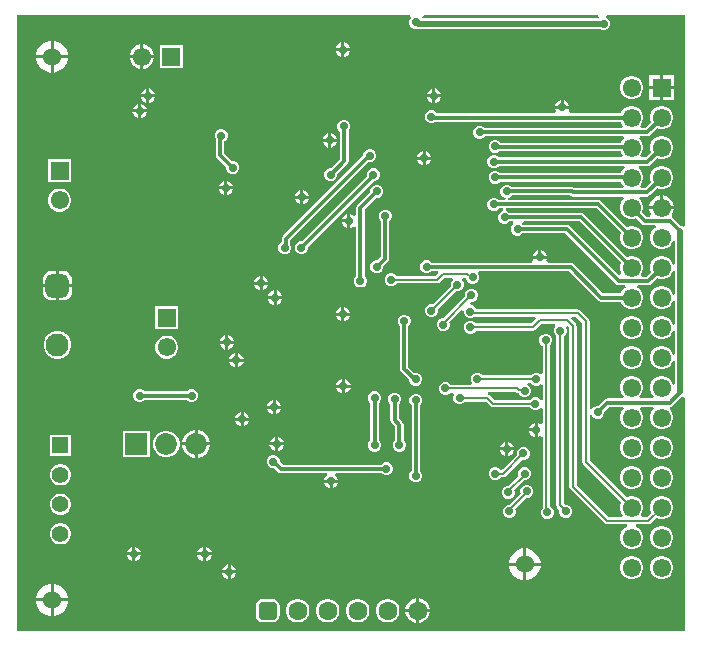
<source format=gbr>
%TF.GenerationSoftware,Altium Limited,Altium Designer,25.5.2 (35)*%
G04 Layer_Physical_Order=2*
G04 Layer_Color=16711680*
%FSLAX45Y45*%
%MOMM*%
%TF.SameCoordinates,B6F2B0AA-6BD2-4F7B-97A5-C3F0DAB7D88F*%
%TF.FilePolarity,Positive*%
%TF.FileFunction,Copper,L2,Bot,Signal*%
%TF.Part,Single*%
G01*
G75*
%TA.AperFunction,Conductor*%
%ADD10C,0.50000*%
%ADD11C,0.30000*%
%ADD33C,0.20000*%
%TA.AperFunction,ComponentPad*%
%ADD35C,1.60000*%
%TA.AperFunction,ViaPad*%
%ADD36C,1.52400*%
%TA.AperFunction,ComponentPad*%
%ADD37C,1.85000*%
G04:AMPARAMS|DCode=38|XSize=1.95mm|YSize=1.95mm|CornerRadius=0.4875mm|HoleSize=0mm|Usage=FLASHONLY|Rotation=270.000|XOffset=0mm|YOffset=0mm|HoleType=Round|Shape=RoundedRectangle|*
%AMROUNDEDRECTD38*
21,1,1.95000,0.97500,0,0,270.0*
21,1,0.97500,1.95000,0,0,270.0*
1,1,0.97500,-0.48750,-0.48750*
1,1,0.97500,-0.48750,0.48750*
1,1,0.97500,0.48750,0.48750*
1,1,0.97500,0.48750,-0.48750*
%
%ADD38ROUNDEDRECTD38*%
%ADD39C,1.55000*%
%ADD40R,1.55000X1.55000*%
G04:AMPARAMS|DCode=41|XSize=1.6mm|YSize=1.6mm|CornerRadius=0.4mm|HoleSize=0mm|Usage=FLASHONLY|Rotation=0.000|XOffset=0mm|YOffset=0mm|HoleType=Round|Shape=RoundedRectangle|*
%AMROUNDEDRECTD41*
21,1,1.60000,0.80000,0,0,0.0*
21,1,0.80000,1.60000,0,0,0.0*
1,1,0.80000,0.40000,-0.40000*
1,1,0.80000,-0.40000,-0.40000*
1,1,0.80000,-0.40000,0.40000*
1,1,0.80000,0.40000,0.40000*
%
%ADD41ROUNDEDRECTD41*%
%ADD42C,1.95000*%
%ADD43C,1.40000*%
%ADD44R,1.40000X1.40000*%
%ADD45R,1.55000X1.55000*%
%ADD46R,1.85000X1.85000*%
%TA.AperFunction,ViaPad*%
%ADD47C,0.70000*%
G36*
X10931498Y10730000D02*
X10927518Y10725882D01*
X9437723D01*
X9434971Y10730000D01*
X9445662Y10750000D01*
X10923012D01*
X10931498Y10730000D01*
D02*
G37*
G36*
X11660000Y8971448D02*
X11640000Y8960757D01*
X11637558Y8962389D01*
X11625724Y8964743D01*
X11555733Y9034734D01*
X11550223Y9038416D01*
X11544408Y9053466D01*
X11544621Y9062769D01*
X11555887Y9082282D01*
X11562900Y9108453D01*
Y9109300D01*
X11460001D01*
X11357100D01*
Y9108453D01*
X11364112Y9082282D01*
X11373983Y9065186D01*
X11365073Y9045186D01*
X11333281D01*
X11295847Y9082620D01*
X11296855Y9084366D01*
X11303500Y9109164D01*
Y9134836D01*
X11296855Y9159634D01*
X11284019Y9181866D01*
X11271571Y9194314D01*
X11279640Y9214314D01*
X11334000D01*
X11347656Y9217031D01*
X11359234Y9224766D01*
X11420620Y9286153D01*
X11422366Y9285145D01*
X11447164Y9278500D01*
X11472836D01*
X11497634Y9285145D01*
X11519866Y9297981D01*
X11538019Y9316134D01*
X11550855Y9338366D01*
X11557500Y9363164D01*
Y9388836D01*
X11550855Y9413634D01*
X11538019Y9435866D01*
X11519866Y9454019D01*
X11497634Y9466855D01*
X11472836Y9473500D01*
X11447164D01*
X11422366Y9466855D01*
X11400134Y9454019D01*
X11381981Y9435866D01*
X11369145Y9413634D01*
X11362500Y9388836D01*
Y9363164D01*
X11369145Y9338366D01*
X11370153Y9336620D01*
X11319218Y9285686D01*
X11281856D01*
X11273571Y9305686D01*
X11284019Y9316134D01*
X11296855Y9338366D01*
X11303500Y9363164D01*
Y9388836D01*
X11296855Y9413634D01*
X11284019Y9435866D01*
X11265866Y9454019D01*
X11265356Y9454314D01*
X11270715Y9474314D01*
X11340000D01*
X11353656Y9477031D01*
X11365234Y9484766D01*
X11420620Y9540153D01*
X11422366Y9539145D01*
X11447164Y9532500D01*
X11472836D01*
X11497634Y9539145D01*
X11519866Y9551981D01*
X11538019Y9570134D01*
X11550855Y9592366D01*
X11557500Y9617164D01*
Y9642836D01*
X11550855Y9667634D01*
X11538019Y9689866D01*
X11519866Y9708019D01*
X11497634Y9720855D01*
X11472836Y9727500D01*
X11447164D01*
X11422366Y9720855D01*
X11400134Y9708019D01*
X11381981Y9689866D01*
X11369145Y9667634D01*
X11362500Y9642836D01*
Y9617164D01*
X11369145Y9592366D01*
X11370153Y9590620D01*
X11325218Y9545686D01*
X11287856D01*
X11279571Y9565686D01*
X11284019Y9570134D01*
X11296855Y9592366D01*
X11303500Y9617164D01*
Y9642836D01*
X11296855Y9667634D01*
X11284019Y9689866D01*
X11269571Y9704314D01*
X11273605Y9719709D01*
X11276653Y9724314D01*
X11336000D01*
X11349656Y9727031D01*
X11361234Y9734766D01*
X11420620Y9794153D01*
X11422366Y9793145D01*
X11447164Y9786500D01*
X11472836D01*
X11497634Y9793145D01*
X11519866Y9805981D01*
X11538019Y9824134D01*
X11550855Y9846366D01*
X11557500Y9871164D01*
Y9896836D01*
X11550855Y9921634D01*
X11538019Y9943866D01*
X11519866Y9962019D01*
X11497634Y9974855D01*
X11472836Y9981500D01*
X11447164D01*
X11422366Y9974855D01*
X11400134Y9962019D01*
X11381981Y9943866D01*
X11369145Y9921634D01*
X11362500Y9896836D01*
Y9871164D01*
X11369145Y9846366D01*
X11370153Y9844620D01*
X11321218Y9795686D01*
X11283856D01*
X11275571Y9815686D01*
X11284019Y9824134D01*
X11296855Y9846366D01*
X11303500Y9871164D01*
Y9896836D01*
X11296855Y9921634D01*
X11284019Y9943866D01*
X11265866Y9962019D01*
X11243634Y9974855D01*
X11218836Y9981500D01*
X11193164D01*
X11168366Y9974855D01*
X11146134Y9962019D01*
X11127981Y9943866D01*
X11115145Y9921634D01*
X11114623Y9919686D01*
X10681235D01*
X10672820Y9939686D01*
X10680116Y9957300D01*
X10559884D01*
X10567180Y9939686D01*
X10558765Y9919686D01*
X9557235D01*
X9556627Y9921155D01*
X9541155Y9936627D01*
X9520940Y9945000D01*
X9499060D01*
X9478845Y9936627D01*
X9463374Y9921155D01*
X9455000Y9900940D01*
Y9879060D01*
X9463374Y9858845D01*
X9478845Y9843374D01*
X9499060Y9835000D01*
X9520940D01*
X9541155Y9843374D01*
X9546096Y9848314D01*
X11114623D01*
X11115145Y9846366D01*
X11127981Y9824134D01*
X11136429Y9815686D01*
X11128144Y9795686D01*
X9962096D01*
X9951155Y9806627D01*
X9930940Y9815000D01*
X9909060D01*
X9888845Y9806627D01*
X9873373Y9791155D01*
X9865000Y9770940D01*
Y9749060D01*
X9873373Y9728845D01*
X9888845Y9713374D01*
X9909060Y9705000D01*
X9930940D01*
X9951155Y9713374D01*
X9962096Y9724314D01*
X11135347D01*
X11138395Y9719709D01*
X11142429Y9704314D01*
X11127981Y9689866D01*
X11116907Y9670686D01*
X10096821D01*
X10096626Y9671155D01*
X10081155Y9686627D01*
X10060940Y9695000D01*
X10039060D01*
X10018845Y9686627D01*
X10003373Y9671155D01*
X9995000Y9650940D01*
Y9629060D01*
X10003373Y9608845D01*
X10018845Y9593373D01*
X10039060Y9585000D01*
X10060940D01*
X10081155Y9593373D01*
X10087096Y9599314D01*
X11113283D01*
X11115145Y9592366D01*
X11127981Y9570134D01*
X11132429Y9565686D01*
X11124144Y9545686D01*
X10082096D01*
X10071155Y9556627D01*
X10050940Y9565000D01*
X10029060D01*
X10008845Y9556627D01*
X9993373Y9541155D01*
X9985000Y9520940D01*
Y9499060D01*
X9993373Y9478845D01*
X10008845Y9463374D01*
X10029060Y9455000D01*
X10050940D01*
X10071155Y9463374D01*
X10082096Y9474314D01*
X11141285D01*
X11146644Y9454314D01*
X11146134Y9454019D01*
X11127981Y9435866D01*
X11115175Y9413686D01*
X10094096D01*
X10081155Y9426627D01*
X10060940Y9435000D01*
X10039060D01*
X10018845Y9426627D01*
X10003373Y9411155D01*
X9995000Y9390940D01*
Y9369060D01*
X10003373Y9348845D01*
X10018845Y9333374D01*
X10039060Y9325000D01*
X10060940D01*
X10081155Y9333374D01*
X10090096Y9342314D01*
X11114087D01*
X11115145Y9338366D01*
X11127981Y9316134D01*
X11138429Y9305686D01*
X11130144Y9285686D01*
X10721969D01*
X10711068Y9292969D01*
X10697412Y9295686D01*
X10192096D01*
X10181155Y9306627D01*
X10160940Y9315000D01*
X10139060D01*
X10118845Y9306627D01*
X10103373Y9291155D01*
X10095000Y9270940D01*
Y9249060D01*
X10103373Y9228845D01*
X10118845Y9213373D01*
X10139060Y9205000D01*
X10137405Y9185686D01*
X10082096D01*
X10071155Y9196627D01*
X10050940Y9205000D01*
X10029060D01*
X10008845Y9196627D01*
X9993373Y9181155D01*
X9985000Y9160940D01*
Y9139060D01*
X9993373Y9118845D01*
X10008845Y9103373D01*
X10029060Y9095000D01*
X10050940D01*
X10071155Y9103373D01*
X10082096Y9114314D01*
X10117405D01*
X10119060Y9095000D01*
X10098845Y9086626D01*
X10083374Y9071155D01*
X10075000Y9050940D01*
Y9029060D01*
X10083374Y9008845D01*
X10098845Y8993373D01*
X10119060Y8985000D01*
X10140940D01*
X10161155Y8993373D01*
X10172096Y9004314D01*
X10200401D01*
X10204754Y8995197D01*
X10206533Y8984314D01*
X10193374Y8971155D01*
X10185000Y8950940D01*
Y8929060D01*
X10193374Y8908845D01*
X10208845Y8893373D01*
X10229060Y8885000D01*
X10250940D01*
X10271155Y8893373D01*
X10282096Y8904314D01*
X10645218D01*
X11074766Y8474766D01*
X11086344Y8467031D01*
X11100000Y8464314D01*
X11151678D01*
X11157037Y8444314D01*
X11146134Y8438019D01*
X11127981Y8419866D01*
X11115145Y8397634D01*
X11114623Y8395686D01*
X10964781D01*
X10715234Y8645234D01*
X10703656Y8652969D01*
X10690000Y8655686D01*
X10497235D01*
X10485305Y8675686D01*
X10490116Y8687300D01*
X10369884D01*
X10374695Y8675686D01*
X10362765Y8655686D01*
X9512096D01*
X9501155Y8666627D01*
X9480940Y8675000D01*
X9459060D01*
X9438845Y8666627D01*
X9423374Y8651155D01*
X9415000Y8630940D01*
Y8609060D01*
X9423374Y8588845D01*
X9438845Y8573374D01*
X9459060Y8565000D01*
X9480940D01*
X9501155Y8573374D01*
X9512096Y8584314D01*
X9562772D01*
X9571057Y8564314D01*
X9547330Y8540588D01*
X9216861D01*
X9216626Y8541155D01*
X9201155Y8556627D01*
X9180940Y8565000D01*
X9159060D01*
X9138845Y8556627D01*
X9123373Y8541155D01*
X9115000Y8520940D01*
Y8499060D01*
X9123373Y8478845D01*
X9138845Y8463373D01*
X9159060Y8455000D01*
X9180940D01*
X9201155Y8463373D01*
X9216626Y8478845D01*
X9216861Y8479412D01*
X9559999D01*
X9560000Y8479412D01*
X9571706Y8481741D01*
X9581629Y8488371D01*
X9622670Y8529412D01*
X9683346D01*
X9691631Y8509412D01*
X9683374Y8501155D01*
X9675000Y8480940D01*
Y8459060D01*
X9675235Y8458493D01*
X9521507Y8304765D01*
X9520940Y8305000D01*
X9499060D01*
X9478845Y8296627D01*
X9463374Y8281155D01*
X9455000Y8260940D01*
Y8239060D01*
X9463374Y8218845D01*
X9478845Y8203373D01*
X9499060Y8195000D01*
X9520940D01*
X9541155Y8203373D01*
X9556627Y8218845D01*
X9565000Y8239060D01*
Y8260940D01*
X9564765Y8261507D01*
X9718493Y8415235D01*
X9719060Y8415000D01*
X9740940D01*
X9761155Y8423374D01*
X9776627Y8438845D01*
X9785000Y8459060D01*
Y8480940D01*
X9776627Y8501155D01*
X9768369Y8509412D01*
X9776654Y8529412D01*
X9803800D01*
X9805000Y8528212D01*
Y8519060D01*
X9813374Y8498845D01*
X9828845Y8483373D01*
X9849060Y8475000D01*
X9870940D01*
X9891155Y8483373D01*
X9906627Y8498845D01*
X9915000Y8519060D01*
Y8540940D01*
X9906627Y8561155D01*
X9903467Y8564314D01*
X9911752Y8584314D01*
X10675218D01*
X10924766Y8334766D01*
X10936344Y8327031D01*
X10950000Y8324314D01*
X11114623D01*
X11115145Y8322366D01*
X11127981Y8300134D01*
X11146134Y8281981D01*
X11168366Y8269145D01*
X11193164Y8262500D01*
X11218836D01*
X11243634Y8269145D01*
X11265866Y8281981D01*
X11284019Y8300134D01*
X11296855Y8322366D01*
X11303500Y8347164D01*
Y8372836D01*
X11296855Y8397634D01*
X11284019Y8419866D01*
X11265866Y8438019D01*
X11254963Y8444314D01*
X11260322Y8464314D01*
X11346000D01*
X11359656Y8467031D01*
X11371234Y8474766D01*
X11420620Y8524153D01*
X11422366Y8523145D01*
X11447164Y8516500D01*
X11472836D01*
X11497634Y8523145D01*
X11519866Y8535981D01*
X11538019Y8554134D01*
X11550855Y8576366D01*
X11554118Y8588544D01*
X11574118Y8585911D01*
Y8388089D01*
X11554118Y8385456D01*
X11550855Y8397634D01*
X11538019Y8419866D01*
X11519866Y8438019D01*
X11497634Y8450855D01*
X11472836Y8457500D01*
X11447164D01*
X11422366Y8450855D01*
X11400134Y8438019D01*
X11381981Y8419866D01*
X11369145Y8397634D01*
X11362500Y8372836D01*
Y8347164D01*
X11369145Y8322366D01*
X11381981Y8300134D01*
X11400134Y8281981D01*
X11422366Y8269145D01*
X11447164Y8262500D01*
X11472836D01*
X11497634Y8269145D01*
X11519866Y8281981D01*
X11538019Y8300134D01*
X11550855Y8322366D01*
X11554118Y8334544D01*
X11574118Y8331911D01*
Y8134089D01*
X11554118Y8131456D01*
X11550855Y8143634D01*
X11538019Y8165866D01*
X11519866Y8184019D01*
X11497634Y8196855D01*
X11472836Y8203500D01*
X11447164D01*
X11422366Y8196855D01*
X11400134Y8184019D01*
X11381981Y8165866D01*
X11369145Y8143634D01*
X11362500Y8118836D01*
Y8093164D01*
X11369145Y8068366D01*
X11381981Y8046134D01*
X11400134Y8027981D01*
X11422366Y8015145D01*
X11447164Y8008500D01*
X11472836D01*
X11497634Y8015145D01*
X11519866Y8027981D01*
X11538019Y8046134D01*
X11550855Y8068366D01*
X11554118Y8080544D01*
X11574118Y8077911D01*
Y7880089D01*
X11554118Y7877456D01*
X11550855Y7889634D01*
X11538019Y7911866D01*
X11519866Y7930019D01*
X11497634Y7942855D01*
X11472836Y7949500D01*
X11447164D01*
X11422366Y7942855D01*
X11400134Y7930019D01*
X11381981Y7911866D01*
X11369145Y7889634D01*
X11362500Y7864836D01*
Y7839164D01*
X11369145Y7814366D01*
X11381981Y7792134D01*
X11400134Y7773981D01*
X11422366Y7761145D01*
X11447164Y7754500D01*
X11472836D01*
X11497634Y7761145D01*
X11519866Y7773981D01*
X11538019Y7792134D01*
X11550855Y7814366D01*
X11554118Y7826544D01*
X11574118Y7823911D01*
Y7626089D01*
X11554118Y7623456D01*
X11550855Y7635634D01*
X11538019Y7657866D01*
X11519866Y7676019D01*
X11497634Y7688855D01*
X11472836Y7695500D01*
X11447164D01*
X11422366Y7688855D01*
X11400134Y7676019D01*
X11381981Y7657866D01*
X11369145Y7635634D01*
X11362500Y7610836D01*
Y7585164D01*
X11369145Y7560366D01*
X11381981Y7538134D01*
X11394429Y7525686D01*
X11386360Y7505686D01*
X11279640D01*
X11271571Y7525686D01*
X11284019Y7538134D01*
X11296855Y7560366D01*
X11303500Y7585164D01*
Y7610836D01*
X11296855Y7635634D01*
X11284019Y7657866D01*
X11265866Y7676019D01*
X11243634Y7688855D01*
X11218836Y7695500D01*
X11193164D01*
X11168366Y7688855D01*
X11146134Y7676019D01*
X11127981Y7657866D01*
X11115145Y7635634D01*
X11108500Y7610836D01*
Y7585164D01*
X11115145Y7560366D01*
X11127981Y7538134D01*
X11140429Y7525686D01*
X11132360Y7505686D01*
X11000000D01*
X10986344Y7502969D01*
X10974766Y7495234D01*
X10924533Y7445000D01*
X10909060D01*
X10888845Y7436626D01*
X10873373Y7421155D01*
X10870588Y7414429D01*
X10850588Y7418408D01*
Y8159999D01*
X10850588Y8160000D01*
X10848259Y8171705D01*
X10841629Y8181629D01*
X10841628Y8181629D01*
X10771629Y8251629D01*
X10761705Y8258259D01*
X10750000Y8260588D01*
X10749999Y8260588D01*
X9891004D01*
X9886626Y8271155D01*
X9871155Y8286627D01*
X9850940Y8295000D01*
X9845842D01*
X9835640Y8310982D01*
X9834913Y8314325D01*
X9843451Y8325000D01*
X9860940D01*
X9881155Y8333373D01*
X9896627Y8348845D01*
X9905000Y8369060D01*
Y8390940D01*
X9896627Y8411155D01*
X9881155Y8426627D01*
X9860940Y8435000D01*
X9839060D01*
X9818845Y8426627D01*
X9803374Y8411155D01*
X9795000Y8390940D01*
Y8369060D01*
X9795235Y8368493D01*
X9611742Y8185000D01*
X9599060D01*
X9578845Y8176627D01*
X9563374Y8161155D01*
X9555000Y8140940D01*
Y8119060D01*
X9563374Y8098845D01*
X9578845Y8083373D01*
X9599060Y8075000D01*
X9620940D01*
X9641155Y8083373D01*
X9656627Y8098845D01*
X9665000Y8119060D01*
Y8140940D01*
X9661836Y8148578D01*
X9765567Y8252309D01*
X9785000Y8243458D01*
Y8229060D01*
X9793373Y8208845D01*
X9808845Y8193374D01*
X9829060Y8185000D01*
X9850940D01*
X9871155Y8193374D01*
X9877194Y8199412D01*
X10387871D01*
X10396155Y8179412D01*
X10357330Y8140588D01*
X9886861D01*
X9886626Y8141155D01*
X9871155Y8156627D01*
X9850940Y8165000D01*
X9829060D01*
X9808845Y8156627D01*
X9793373Y8141155D01*
X9785000Y8120940D01*
Y8099060D01*
X9793373Y8078845D01*
X9808845Y8063374D01*
X9829060Y8055000D01*
X9850940D01*
X9871155Y8063374D01*
X9886626Y8078845D01*
X9886861Y8079412D01*
X10369999D01*
X10370000Y8079412D01*
X10381705Y8081741D01*
X10391629Y8088371D01*
X10442670Y8139412D01*
X10553346D01*
X10561631Y8119412D01*
X10553373Y8111155D01*
X10545000Y8090940D01*
Y8069060D01*
X10553373Y8048845D01*
X10568845Y8033374D01*
X10569412Y8033139D01*
Y6600002D01*
X10569412Y6600000D01*
X10571741Y6588295D01*
X10578371Y6578371D01*
X10595235Y6561507D01*
X10595000Y6560940D01*
Y6539060D01*
X10603374Y6518845D01*
X10618845Y6503374D01*
X10639060Y6495000D01*
X10660940D01*
X10681155Y6503374D01*
X10696627Y6518845D01*
X10705000Y6539060D01*
Y6560940D01*
X10696627Y6581155D01*
X10681155Y6596627D01*
X10660940Y6605000D01*
X10639060D01*
X10630588Y6622991D01*
Y8033139D01*
X10631155Y8033374D01*
X10646626Y8048845D01*
X10655000Y8069060D01*
Y8090940D01*
X10650474Y8101867D01*
X10659148Y8122560D01*
X10661148Y8124382D01*
X10662159Y8124583D01*
X10679412Y8107330D01*
Y6760001D01*
X10679412Y6760000D01*
X10681741Y6748295D01*
X10688371Y6738371D01*
X10978371Y6448371D01*
X10988295Y6441741D01*
X11000000Y6439412D01*
X11000001Y6439412D01*
X11167812D01*
X11170445Y6419412D01*
X11168366Y6418855D01*
X11146134Y6406019D01*
X11127981Y6387866D01*
X11115145Y6365634D01*
X11108500Y6340836D01*
Y6315164D01*
X11115145Y6290366D01*
X11127981Y6268134D01*
X11146134Y6249981D01*
X11168366Y6237145D01*
X11193164Y6230500D01*
X11218836D01*
X11243634Y6237145D01*
X11265866Y6249981D01*
X11284019Y6268134D01*
X11296855Y6290366D01*
X11303500Y6315164D01*
Y6340836D01*
X11296855Y6365634D01*
X11284019Y6387866D01*
X11265866Y6406019D01*
X11243634Y6418855D01*
X11241555Y6419412D01*
X11244188Y6439412D01*
X11347999D01*
X11348000Y6439412D01*
X11359705Y6441741D01*
X11369629Y6448371D01*
X11416049Y6494792D01*
X11422366Y6491145D01*
X11447164Y6484500D01*
X11472836D01*
X11497634Y6491145D01*
X11519866Y6503981D01*
X11538019Y6522134D01*
X11550855Y6544366D01*
X11557500Y6569164D01*
Y6594836D01*
X11550855Y6619634D01*
X11538019Y6641866D01*
X11519866Y6660019D01*
X11497634Y6672855D01*
X11472836Y6679500D01*
X11447164D01*
X11422366Y6672855D01*
X11400134Y6660019D01*
X11381981Y6641866D01*
X11369145Y6619634D01*
X11362500Y6594836D01*
Y6569164D01*
X11369145Y6544366D01*
X11372792Y6538049D01*
X11335330Y6500588D01*
X11290758D01*
X11282473Y6520588D01*
X11284019Y6522134D01*
X11296855Y6544366D01*
X11303500Y6569164D01*
Y6594836D01*
X11296855Y6619634D01*
X11284019Y6641866D01*
X11265866Y6660019D01*
X11243634Y6672855D01*
X11218836Y6679500D01*
X11193164D01*
X11168366Y6672855D01*
X11162049Y6669208D01*
X10850588Y6980670D01*
Y7361592D01*
X10870588Y7365570D01*
X10873373Y7358845D01*
X10888845Y7343373D01*
X10909060Y7335000D01*
X10930940D01*
X10951155Y7343373D01*
X10966627Y7358845D01*
X10975000Y7379060D01*
Y7394533D01*
X11014782Y7434314D01*
X11130144D01*
X11138429Y7414314D01*
X11127981Y7403866D01*
X11115145Y7381634D01*
X11108500Y7356836D01*
Y7331164D01*
X11115145Y7306366D01*
X11127981Y7284134D01*
X11146134Y7265981D01*
X11168366Y7253145D01*
X11193164Y7246500D01*
X11218836D01*
X11243634Y7253145D01*
X11265866Y7265981D01*
X11284019Y7284134D01*
X11296855Y7306366D01*
X11303500Y7331164D01*
Y7356836D01*
X11296855Y7381634D01*
X11284019Y7403866D01*
X11273571Y7414314D01*
X11281856Y7434314D01*
X11384144D01*
X11392429Y7414314D01*
X11381981Y7403866D01*
X11369145Y7381634D01*
X11362500Y7356836D01*
Y7331164D01*
X11369145Y7306366D01*
X11381981Y7284134D01*
X11400134Y7265981D01*
X11422366Y7253145D01*
X11447164Y7246500D01*
X11472836D01*
X11497634Y7253145D01*
X11519866Y7265981D01*
X11538019Y7284134D01*
X11550855Y7306366D01*
X11557500Y7331164D01*
Y7356836D01*
X11550855Y7381634D01*
X11538019Y7403866D01*
X11527382Y7414503D01*
X11527299Y7418138D01*
X11534374Y7435796D01*
X11540582Y7437031D01*
X11552160Y7444766D01*
X11625724Y7518331D01*
X11637558Y7520685D01*
X11640000Y7522316D01*
X11660000Y7511626D01*
Y5540000D01*
X6000000D01*
Y10750000D01*
X9333934D01*
X9342219Y10730000D01*
X9333374Y10721155D01*
X9325000Y10700940D01*
Y10679060D01*
X9333374Y10658845D01*
X9348845Y10643373D01*
X9369060Y10635000D01*
X9390940D01*
X9390953Y10635005D01*
X9395412Y10634118D01*
X10938100D01*
X10938845Y10633373D01*
X10959060Y10625000D01*
X10980940D01*
X11001155Y10633373D01*
X11016626Y10648845D01*
X11025000Y10669060D01*
Y10690940D01*
X11016626Y10711155D01*
X11001155Y10726627D01*
X10993010Y10730000D01*
X10996989Y10750000D01*
X11660000D01*
Y8971448D01*
D02*
G37*
G36*
X10693756Y9217031D02*
X10707412Y9214314D01*
X11132360D01*
X11140429Y9194314D01*
X11127981Y9181866D01*
X11115145Y9159634D01*
X11108500Y9134836D01*
Y9109164D01*
X11115145Y9084366D01*
X11127981Y9062134D01*
X11146134Y9043981D01*
X11168366Y9031145D01*
X11193164Y9024500D01*
X11218836D01*
X11243634Y9031145D01*
X11245380Y9032153D01*
X11293266Y8984267D01*
X11304844Y8976531D01*
X11318500Y8973814D01*
X11408276D01*
X11413635Y8953814D01*
X11400134Y8946019D01*
X11381981Y8927866D01*
X11369145Y8905634D01*
X11362500Y8880836D01*
Y8855164D01*
X11369145Y8830366D01*
X11381981Y8808134D01*
X11400134Y8789981D01*
X11422366Y8777145D01*
X11447164Y8770500D01*
X11472836D01*
X11497634Y8777145D01*
X11519866Y8789981D01*
X11538019Y8808134D01*
X11550855Y8830366D01*
X11554118Y8842544D01*
X11574118Y8839911D01*
Y8642089D01*
X11554118Y8639456D01*
X11550855Y8651634D01*
X11538019Y8673866D01*
X11519866Y8692019D01*
X11497634Y8704855D01*
X11472836Y8711500D01*
X11447164D01*
X11422366Y8704855D01*
X11400134Y8692019D01*
X11381981Y8673866D01*
X11369145Y8651634D01*
X11362500Y8626836D01*
Y8601164D01*
X11369145Y8576366D01*
X11370153Y8574620D01*
X11331218Y8535686D01*
X11293856D01*
X11286693Y8549119D01*
X11284915Y8555686D01*
X11296855Y8576366D01*
X11303500Y8601164D01*
Y8626836D01*
X11296855Y8651634D01*
X11284019Y8673866D01*
X11265866Y8692019D01*
X11243634Y8704855D01*
X11218836Y8711500D01*
X11193164D01*
X11168366Y8704855D01*
X11166620Y8703847D01*
X10805234Y9065234D01*
X10793656Y9072969D01*
X10780000Y9075686D01*
X10172096D01*
X10161155Y9086626D01*
X10140940Y9095000D01*
X10142595Y9114314D01*
X10909218D01*
X11116153Y8907380D01*
X11115145Y8905634D01*
X11108500Y8880836D01*
Y8855164D01*
X11115145Y8830366D01*
X11127981Y8808134D01*
X11146134Y8789981D01*
X11168366Y8777145D01*
X11193164Y8770500D01*
X11218836D01*
X11243634Y8777145D01*
X11265866Y8789981D01*
X11284019Y8808134D01*
X11296855Y8830366D01*
X11303500Y8855164D01*
Y8880836D01*
X11296855Y8905634D01*
X11284019Y8927866D01*
X11265866Y8946019D01*
X11243634Y8958855D01*
X11218836Y8965500D01*
X11193164D01*
X11168366Y8958855D01*
X11166620Y8957847D01*
X10949234Y9175234D01*
X10937656Y9182969D01*
X10924000Y9185686D01*
X10162595D01*
X10160940Y9205000D01*
X10181155Y9213373D01*
X10192096Y9224314D01*
X10682855D01*
X10693756Y9217031D01*
D02*
G37*
G36*
X11116153Y8653380D02*
X11115145Y8651634D01*
X11108500Y8626836D01*
Y8601164D01*
X11115145Y8576366D01*
X11118552Y8570464D01*
X11118649Y8566421D01*
X11108143Y8548493D01*
X11102192Y8548276D01*
X10685234Y8965234D01*
X10673656Y8972969D01*
X10660000Y8975686D01*
X10289858D01*
X10282229Y8984314D01*
X10291243Y9004314D01*
X10765218D01*
X11116153Y8653380D01*
D02*
G37*
G36*
X10789412Y8147330D02*
Y6968001D01*
X10789412Y6968000D01*
X10791741Y6956295D01*
X10798371Y6946371D01*
X11118792Y6625951D01*
X11115145Y6619634D01*
X11108500Y6594836D01*
Y6569164D01*
X11115145Y6544366D01*
X11127981Y6522134D01*
X11129527Y6520588D01*
X11121242Y6500588D01*
X11012670D01*
X10740588Y6772670D01*
Y8119999D01*
X10740588Y8120000D01*
X10738259Y8131705D01*
X10731629Y8141629D01*
X10693845Y8179412D01*
X10702130Y8199412D01*
X10737330D01*
X10789412Y8147330D01*
D02*
G37*
%LPC*%
G36*
X8772700Y10520116D02*
Y10472700D01*
X8820116D01*
X8811205Y10494214D01*
X8794214Y10511205D01*
X8772700Y10520116D01*
D02*
G37*
G36*
X8747300D02*
X8725786Y10511205D01*
X8708795Y10494214D01*
X8699884Y10472700D01*
X8747300D01*
Y10520116D01*
D02*
G37*
G36*
X6317826Y10535400D02*
X6312700D01*
Y10412700D01*
X6435400D01*
Y10417826D01*
X6426173Y10452263D01*
X6408347Y10483138D01*
X6383138Y10508347D01*
X6352263Y10526173D01*
X6317826Y10535400D01*
D02*
G37*
G36*
X6287300D02*
X6282174D01*
X6247738Y10526173D01*
X6216863Y10508347D01*
X6191653Y10483138D01*
X6173827Y10452263D01*
X6164600Y10417826D01*
Y10412700D01*
X6287300D01*
Y10535400D01*
D02*
G37*
G36*
X7073547Y10502900D02*
X7072700D01*
Y10412699D01*
X7162900D01*
Y10413547D01*
X7155888Y10439718D01*
X7142341Y10463182D01*
X7123182Y10482340D01*
X7099718Y10495888D01*
X7073547Y10502900D01*
D02*
G37*
G36*
X7047300D02*
X7046453D01*
X7020282Y10495888D01*
X6996818Y10482340D01*
X6977660Y10463182D01*
X6964113Y10439718D01*
X6957100Y10413547D01*
Y10412699D01*
X7047300D01*
Y10502900D01*
D02*
G37*
G36*
X8820116Y10447300D02*
X8772700D01*
Y10399884D01*
X8794214Y10408795D01*
X8811205Y10425786D01*
X8820116Y10447300D01*
D02*
G37*
G36*
X8747300D02*
X8699884D01*
X8708795Y10425786D01*
X8725786Y10408795D01*
X8747300Y10399884D01*
Y10447300D01*
D02*
G37*
G36*
X7407500Y10497500D02*
X7212500D01*
Y10302500D01*
X7407500D01*
Y10497500D01*
D02*
G37*
G36*
X7162900Y10387299D02*
X7072700D01*
Y10297100D01*
X7073547D01*
X7099718Y10304112D01*
X7123182Y10317660D01*
X7142341Y10336818D01*
X7155888Y10360282D01*
X7162900Y10386453D01*
Y10387299D01*
D02*
G37*
G36*
X7047300D02*
X6957100D01*
Y10386453D01*
X6964113Y10360282D01*
X6977660Y10336818D01*
X6996818Y10317660D01*
X7020282Y10304112D01*
X7046453Y10297100D01*
X7047300D01*
Y10387299D01*
D02*
G37*
G36*
X6435400Y10387300D02*
X6312700D01*
Y10264600D01*
X6317826D01*
X6352263Y10273827D01*
X6383138Y10291653D01*
X6408347Y10316863D01*
X6426173Y10347737D01*
X6435400Y10382174D01*
Y10387300D01*
D02*
G37*
G36*
X6287300D02*
X6164600D01*
Y10382174D01*
X6173827Y10347737D01*
X6191653Y10316863D01*
X6216863Y10291653D01*
X6247738Y10273827D01*
X6282174Y10264600D01*
X6287300D01*
Y10387300D01*
D02*
G37*
G36*
X11562900Y10240900D02*
X11472701D01*
Y10150700D01*
X11562900D01*
Y10240900D01*
D02*
G37*
G36*
X11447301D02*
X11357100D01*
Y10150700D01*
X11447301D01*
Y10240900D01*
D02*
G37*
G36*
X9542700Y10130116D02*
Y10082700D01*
X9590116D01*
X9581205Y10104214D01*
X9564214Y10121205D01*
X9542700Y10130116D01*
D02*
G37*
G36*
X9517300D02*
X9495786Y10121205D01*
X9478795Y10104214D01*
X9469884Y10082700D01*
X9517300D01*
Y10130116D01*
D02*
G37*
G36*
X7122700D02*
Y10082700D01*
X7170116D01*
X7161205Y10104214D01*
X7144214Y10121205D01*
X7122700Y10130116D01*
D02*
G37*
G36*
X7097300D02*
X7075786Y10121205D01*
X7058795Y10104214D01*
X7049884Y10082700D01*
X7097300D01*
Y10130116D01*
D02*
G37*
G36*
X11218836Y10235500D02*
X11193164D01*
X11168366Y10228855D01*
X11146134Y10216019D01*
X11127981Y10197866D01*
X11115145Y10175634D01*
X11108500Y10150836D01*
Y10125164D01*
X11115145Y10100366D01*
X11127981Y10078134D01*
X11146134Y10059981D01*
X11168366Y10047145D01*
X11193164Y10040500D01*
X11218836D01*
X11243634Y10047145D01*
X11265866Y10059981D01*
X11284019Y10078134D01*
X11296855Y10100366D01*
X11303500Y10125164D01*
Y10150836D01*
X11296855Y10175634D01*
X11284019Y10197866D01*
X11265866Y10216019D01*
X11243634Y10228855D01*
X11218836Y10235500D01*
D02*
G37*
G36*
X11562900Y10125300D02*
X11472701D01*
Y10035100D01*
X11562900D01*
Y10125300D01*
D02*
G37*
G36*
X11447301D02*
X11357100D01*
Y10035100D01*
X11447301D01*
Y10125300D01*
D02*
G37*
G36*
X9590116Y10057300D02*
X9542700D01*
Y10009884D01*
X9564214Y10018795D01*
X9581205Y10035786D01*
X9590116Y10057300D01*
D02*
G37*
G36*
X9517300D02*
X9469884D01*
X9478795Y10035786D01*
X9495786Y10018795D01*
X9517300Y10009884D01*
Y10057300D01*
D02*
G37*
G36*
X7170116D02*
X7122700D01*
Y10009884D01*
X7144214Y10018795D01*
X7161205Y10035786D01*
X7170116Y10057300D01*
D02*
G37*
G36*
X7097300D02*
X7049884D01*
X7058795Y10035786D01*
X7075786Y10018795D01*
X7097300Y10009884D01*
Y10057300D01*
D02*
G37*
G36*
X10632700Y10030116D02*
Y9982700D01*
X10680116D01*
X10671205Y10004214D01*
X10654214Y10021205D01*
X10632700Y10030116D01*
D02*
G37*
G36*
X10607300D02*
X10585786Y10021205D01*
X10568795Y10004214D01*
X10559884Y9982700D01*
X10607300D01*
Y10030116D01*
D02*
G37*
G36*
X7052700Y10000116D02*
Y9952700D01*
X7100116D01*
X7091205Y9974214D01*
X7074214Y9991205D01*
X7052700Y10000116D01*
D02*
G37*
G36*
X7027300D02*
X7005786Y9991205D01*
X6988795Y9974214D01*
X6979884Y9952700D01*
X7027300D01*
Y10000116D01*
D02*
G37*
G36*
X7100116Y9927300D02*
X7052700D01*
Y9879884D01*
X7074214Y9888795D01*
X7091205Y9905786D01*
X7100116Y9927300D01*
D02*
G37*
G36*
X7027300D02*
X6979884D01*
X6988795Y9905786D01*
X7005786Y9888795D01*
X7027300Y9879884D01*
Y9927300D01*
D02*
G37*
G36*
X8662700Y9750116D02*
Y9702700D01*
X8710116D01*
X8701205Y9724214D01*
X8684214Y9741205D01*
X8662700Y9750116D01*
D02*
G37*
G36*
X8637300D02*
X8615786Y9741205D01*
X8598795Y9724214D01*
X8589884Y9702700D01*
X8637300D01*
Y9750116D01*
D02*
G37*
G36*
X8710116Y9677300D02*
X8662700D01*
Y9629884D01*
X8684214Y9638795D01*
X8701205Y9655786D01*
X8710116Y9677300D01*
D02*
G37*
G36*
X8637300D02*
X8589884D01*
X8598795Y9655786D01*
X8615786Y9638795D01*
X8637300Y9629884D01*
Y9677300D01*
D02*
G37*
G36*
X9462700Y9600116D02*
Y9552700D01*
X9510116D01*
X9501205Y9574214D01*
X9484214Y9591205D01*
X9462700Y9600116D01*
D02*
G37*
G36*
X9437300D02*
X9415786Y9591205D01*
X9398795Y9574214D01*
X9389884Y9552700D01*
X9437300D01*
Y9600116D01*
D02*
G37*
G36*
X9000940Y9615000D02*
X8979060D01*
X8958845Y9606626D01*
X8943374Y9591155D01*
X8935000Y9570940D01*
Y9564643D01*
X8252420Y8882063D01*
X8244684Y8870486D01*
X8241968Y8856829D01*
Y8827920D01*
X8238845Y8826626D01*
X8223373Y8811155D01*
X8215000Y8790940D01*
Y8769060D01*
X8223373Y8748845D01*
X8238845Y8733373D01*
X8259060Y8725000D01*
X8280940D01*
X8301155Y8733373D01*
X8316626Y8748845D01*
X8325000Y8769060D01*
Y8790940D01*
X8316626Y8811155D01*
X8313339Y8814442D01*
Y8842048D01*
X8977102Y9505811D01*
X8979060Y9505000D01*
X9000940D01*
X9021155Y9513373D01*
X9036627Y9528845D01*
X9045000Y9549060D01*
Y9570940D01*
X9036627Y9591155D01*
X9021155Y9606626D01*
X9000940Y9615000D01*
D02*
G37*
G36*
X9510116Y9527300D02*
X9462700D01*
Y9479884D01*
X9484214Y9488795D01*
X9501205Y9505786D01*
X9510116Y9527300D01*
D02*
G37*
G36*
X9437300D02*
X9389884D01*
X9398795Y9505786D01*
X9415786Y9488795D01*
X9437300Y9479884D01*
Y9527300D01*
D02*
G37*
G36*
X7740940Y9785000D02*
X7719060D01*
X7698845Y9776627D01*
X7683374Y9761155D01*
X7675000Y9740940D01*
Y9719060D01*
X7683374Y9698845D01*
X7686661Y9695558D01*
Y9567653D01*
X7689377Y9553997D01*
X7697113Y9542420D01*
X7775000Y9464533D01*
Y9449060D01*
X7783374Y9428845D01*
X7798845Y9413373D01*
X7819060Y9405000D01*
X7840940D01*
X7861155Y9413373D01*
X7876627Y9428845D01*
X7885000Y9449060D01*
Y9470940D01*
X7876627Y9491155D01*
X7861155Y9506626D01*
X7840940Y9515000D01*
X7825467D01*
X7758032Y9582435D01*
Y9682080D01*
X7761155Y9683374D01*
X7776627Y9698845D01*
X7785000Y9719060D01*
Y9740940D01*
X7776627Y9761155D01*
X7761155Y9776627D01*
X7740940Y9785000D01*
D02*
G37*
G36*
X8780940Y9865000D02*
X8759060D01*
X8738845Y9856626D01*
X8723373Y9841155D01*
X8715000Y9820940D01*
Y9799060D01*
X8723373Y9778845D01*
X8738845Y9763373D01*
X8739314Y9763179D01*
Y9529781D01*
X8664533Y9455000D01*
X8649060D01*
X8628845Y9446627D01*
X8613373Y9431155D01*
X8605000Y9410940D01*
Y9389060D01*
X8613373Y9368845D01*
X8628845Y9353373D01*
X8649060Y9345000D01*
X8670940D01*
X8691155Y9353373D01*
X8706626Y9368845D01*
X8715000Y9389060D01*
Y9404533D01*
X8800233Y9489766D01*
X8807969Y9501343D01*
X8810685Y9515000D01*
Y9772904D01*
X8816627Y9778845D01*
X8825000Y9799060D01*
Y9820940D01*
X8816627Y9841155D01*
X8801155Y9856626D01*
X8780940Y9865000D01*
D02*
G37*
G36*
X6460000Y9532500D02*
X6265000D01*
Y9337500D01*
X6460000D01*
Y9532500D01*
D02*
G37*
G36*
X7782700Y9350116D02*
Y9302700D01*
X7830116D01*
X7821205Y9324214D01*
X7804214Y9341205D01*
X7782700Y9350116D01*
D02*
G37*
G36*
X7757300D02*
X7735786Y9341205D01*
X7718795Y9324214D01*
X7709884Y9302700D01*
X7757300D01*
Y9350116D01*
D02*
G37*
G36*
X7830116Y9277300D02*
X7782700D01*
Y9229884D01*
X7804214Y9238795D01*
X7821205Y9255786D01*
X7830116Y9277300D01*
D02*
G37*
G36*
X7757300D02*
X7709884D01*
X7718795Y9255786D01*
X7735786Y9238795D01*
X7757300Y9229884D01*
Y9277300D01*
D02*
G37*
G36*
X8427700Y9270116D02*
Y9222700D01*
X8475116D01*
X8466205Y9244214D01*
X8449214Y9261204D01*
X8427700Y9270116D01*
D02*
G37*
G36*
X8402300D02*
X8380786Y9261204D01*
X8363796Y9244214D01*
X8354884Y9222700D01*
X8402300D01*
Y9270116D01*
D02*
G37*
G36*
X8475116Y9197300D02*
X8427700D01*
Y9149884D01*
X8449214Y9158795D01*
X8466205Y9175786D01*
X8475116Y9197300D01*
D02*
G37*
G36*
X8402300D02*
X8354884D01*
X8363796Y9175786D01*
X8380786Y9158795D01*
X8402300Y9149884D01*
Y9197300D01*
D02*
G37*
G36*
X11473547Y9224900D02*
X11472701D01*
Y9134700D01*
X11562900D01*
Y9135547D01*
X11555887Y9161718D01*
X11542340Y9185182D01*
X11523182Y9204340D01*
X11499718Y9217888D01*
X11473547Y9224900D01*
D02*
G37*
G36*
X11447301D02*
X11446453D01*
X11420282Y9217888D01*
X11396818Y9204340D01*
X11377659Y9185182D01*
X11364112Y9161718D01*
X11357100Y9135547D01*
Y9134700D01*
X11447301D01*
Y9224900D01*
D02*
G37*
G36*
X6375336Y9282500D02*
X6349664D01*
X6324866Y9275855D01*
X6302634Y9263019D01*
X6284481Y9244866D01*
X6271645Y9222634D01*
X6265000Y9197836D01*
Y9172164D01*
X6271645Y9147366D01*
X6284481Y9125134D01*
X6302634Y9106981D01*
X6324866Y9094145D01*
X6349664Y9087500D01*
X6375336D01*
X6400134Y9094145D01*
X6422366Y9106981D01*
X6440520Y9125134D01*
X6453355Y9147366D01*
X6460000Y9172164D01*
Y9197836D01*
X6453355Y9222634D01*
X6440520Y9244866D01*
X6422366Y9263019D01*
X6400134Y9275855D01*
X6375336Y9282500D01*
D02*
G37*
G36*
X9060940Y9315000D02*
X9039060D01*
X9018845Y9306627D01*
X9003373Y9291155D01*
X8995000Y9270940D01*
Y9255467D01*
X8884766Y9145234D01*
X8877031Y9133656D01*
X8874314Y9120000D01*
Y9059389D01*
X8854314Y9051104D01*
X8844214Y9061205D01*
X8822700Y9070116D01*
Y9010000D01*
Y8949884D01*
X8844214Y8958795D01*
X8854314Y8968896D01*
X8874314Y8960611D01*
Y8542096D01*
X8863373Y8531155D01*
X8855000Y8510940D01*
Y8489060D01*
X8863373Y8468845D01*
X8878845Y8453373D01*
X8899060Y8445000D01*
X8920940D01*
X8941155Y8453373D01*
X8956626Y8468845D01*
X8965000Y8489060D01*
Y8510940D01*
X8956626Y8531155D01*
X8945686Y8542096D01*
Y9105219D01*
X9045467Y9205000D01*
X9060940D01*
X9081155Y9213373D01*
X9096626Y9228845D01*
X9105000Y9249060D01*
Y9270940D01*
X9096626Y9291155D01*
X9081155Y9306627D01*
X9060940Y9315000D01*
D02*
G37*
G36*
X8797300Y9070116D02*
X8775786Y9061205D01*
X8758795Y9044214D01*
X8749884Y9022700D01*
X8797300D01*
Y9070116D01*
D02*
G37*
G36*
Y8997300D02*
X8749884D01*
X8758795Y8975786D01*
X8775786Y8958795D01*
X8797300Y8949884D01*
Y8997300D01*
D02*
G37*
G36*
X9030940Y9455000D02*
X9009060D01*
X8988845Y9446627D01*
X8973373Y9431155D01*
X8965000Y9410940D01*
Y9389060D01*
X8966052Y9386520D01*
X8414533Y8835000D01*
X8399060D01*
X8378845Y8826626D01*
X8363373Y8811155D01*
X8355000Y8790940D01*
Y8769060D01*
X8363373Y8748845D01*
X8378845Y8733373D01*
X8399060Y8725000D01*
X8420940D01*
X8441155Y8733373D01*
X8456626Y8748845D01*
X8465000Y8769060D01*
Y8784533D01*
X9025467Y9345000D01*
X9030940D01*
X9051155Y9353373D01*
X9066627Y9368845D01*
X9075000Y9389060D01*
Y9410940D01*
X9066627Y9431155D01*
X9051155Y9446627D01*
X9030940Y9455000D01*
D02*
G37*
G36*
X10442700Y8760116D02*
Y8712700D01*
X10490116D01*
X10481205Y8734214D01*
X10464214Y8751205D01*
X10442700Y8760116D01*
D02*
G37*
G36*
X10417300D02*
X10395786Y8751205D01*
X10378795Y8734214D01*
X10369884Y8712700D01*
X10417300D01*
Y8760116D01*
D02*
G37*
G36*
X9130940Y9105000D02*
X9109060D01*
X9088845Y9096626D01*
X9073374Y9081155D01*
X9065000Y9060940D01*
Y9039060D01*
X9073374Y9018845D01*
X9084314Y9007904D01*
Y8704782D01*
X9054533Y8675000D01*
X9039060D01*
X9018845Y8666627D01*
X9003373Y8651155D01*
X8995000Y8630940D01*
Y8609060D01*
X9003373Y8588845D01*
X9018845Y8573374D01*
X9039060Y8565000D01*
X9060940D01*
X9081155Y8573374D01*
X9096626Y8588845D01*
X9105000Y8609060D01*
Y8624533D01*
X9145234Y8664767D01*
X9152969Y8676344D01*
X9155686Y8690000D01*
Y9007904D01*
X9166627Y9018845D01*
X9175000Y9039060D01*
Y9060940D01*
X9166627Y9081155D01*
X9151155Y9096626D01*
X9130940Y9105000D01*
D02*
G37*
G36*
X8082700Y8540116D02*
Y8492700D01*
X8130116D01*
X8121205Y8514214D01*
X8104214Y8531205D01*
X8082700Y8540116D01*
D02*
G37*
G36*
X8057300D02*
X8035786Y8531205D01*
X8018795Y8514214D01*
X8009884Y8492700D01*
X8057300D01*
Y8540116D01*
D02*
G37*
G36*
X6393748Y8583539D02*
X6357698D01*
Y8472699D01*
X6468537D01*
Y8508750D01*
X6465989Y8528107D01*
X6458517Y8546144D01*
X6446632Y8561634D01*
X6431143Y8573519D01*
X6413105Y8580991D01*
X6393748Y8583539D01*
D02*
G37*
G36*
X6332298D02*
X6296248D01*
X6276891Y8580991D01*
X6258853Y8573519D01*
X6243363Y8561634D01*
X6231478Y8546144D01*
X6224006Y8528107D01*
X6221458Y8508750D01*
Y8472699D01*
X6332298D01*
Y8583539D01*
D02*
G37*
G36*
X8130116Y8467300D02*
X8082700D01*
Y8419884D01*
X8104214Y8428795D01*
X8121205Y8445786D01*
X8130116Y8467300D01*
D02*
G37*
G36*
X8057300D02*
X8009884D01*
X8018795Y8445786D01*
X8035786Y8428795D01*
X8057300Y8419884D01*
Y8467300D01*
D02*
G37*
G36*
X8202700Y8420116D02*
Y8372700D01*
X8250116D01*
X8241204Y8394214D01*
X8224214Y8411205D01*
X8202700Y8420116D01*
D02*
G37*
G36*
X8177300D02*
X8155786Y8411205D01*
X8138795Y8394214D01*
X8129884Y8372700D01*
X8177300D01*
Y8420116D01*
D02*
G37*
G36*
X6468537Y8447299D02*
X6357698D01*
Y8336460D01*
X6393748D01*
X6413105Y8339008D01*
X6431143Y8346480D01*
X6446632Y8358365D01*
X6458517Y8373855D01*
X6465989Y8391893D01*
X6468537Y8411250D01*
Y8447299D01*
D02*
G37*
G36*
X6332298D02*
X6221458D01*
Y8411250D01*
X6224006Y8391893D01*
X6231478Y8373855D01*
X6243363Y8358365D01*
X6258853Y8346480D01*
X6276891Y8339008D01*
X6296248Y8336460D01*
X6332298D01*
Y8447299D01*
D02*
G37*
G36*
X8250116Y8347300D02*
X8202700D01*
Y8299884D01*
X8224214Y8308795D01*
X8241204Y8325786D01*
X8250116Y8347300D01*
D02*
G37*
G36*
X8177300D02*
X8129884D01*
X8138795Y8325786D01*
X8155786Y8308795D01*
X8177300Y8299884D01*
Y8347300D01*
D02*
G37*
G36*
X8772700Y8280116D02*
Y8232700D01*
X8820116D01*
X8811205Y8254214D01*
X8794214Y8271205D01*
X8772700Y8280116D01*
D02*
G37*
G36*
X8747300D02*
X8725786Y8271205D01*
X8708795Y8254214D01*
X8699884Y8232700D01*
X8747300D01*
Y8280116D01*
D02*
G37*
G36*
X8820116Y8207300D02*
X8772700D01*
Y8159884D01*
X8794214Y8168795D01*
X8811205Y8185786D01*
X8820116Y8207300D01*
D02*
G37*
G36*
X8747300D02*
X8699884D01*
X8708795Y8185786D01*
X8725786Y8168795D01*
X8747300Y8159884D01*
Y8207300D01*
D02*
G37*
G36*
X7367500Y8287500D02*
X7172500D01*
Y8092500D01*
X7367500D01*
Y8287500D01*
D02*
G37*
G36*
X11218836Y8203500D02*
X11193164D01*
X11168366Y8196855D01*
X11146134Y8184019D01*
X11127981Y8165866D01*
X11115145Y8143634D01*
X11108500Y8118836D01*
Y8093164D01*
X11115145Y8068366D01*
X11127981Y8046134D01*
X11146134Y8027981D01*
X11168366Y8015145D01*
X11193164Y8008500D01*
X11218836D01*
X11243634Y8015145D01*
X11265866Y8027981D01*
X11284019Y8046134D01*
X11296855Y8068366D01*
X11303500Y8093164D01*
Y8118836D01*
X11296855Y8143634D01*
X11284019Y8165866D01*
X11265866Y8184019D01*
X11243634Y8196855D01*
X11218836Y8203500D01*
D02*
G37*
G36*
X7792700Y8040116D02*
Y7992700D01*
X7840116D01*
X7831205Y8014214D01*
X7814214Y8031205D01*
X7792700Y8040116D01*
D02*
G37*
G36*
X7767300D02*
X7745786Y8031205D01*
X7728795Y8014214D01*
X7719884Y7992700D01*
X7767300D01*
Y8040116D01*
D02*
G37*
G36*
X7840116Y7967300D02*
X7792700D01*
Y7919884D01*
X7814214Y7928795D01*
X7831205Y7945786D01*
X7840116Y7967300D01*
D02*
G37*
G36*
X7767300D02*
X7719884D01*
X7728795Y7945786D01*
X7745786Y7928795D01*
X7767300Y7919884D01*
Y7967300D01*
D02*
G37*
G36*
X7872700Y7890116D02*
Y7842700D01*
X7920116D01*
X7911205Y7864214D01*
X7894214Y7881205D01*
X7872700Y7890116D01*
D02*
G37*
G36*
X7847300D02*
X7825786Y7881205D01*
X7808795Y7864214D01*
X7799884Y7842700D01*
X7847300D01*
Y7890116D01*
D02*
G37*
G36*
X6360467Y8077500D02*
X6329529D01*
X6299644Y8069493D01*
X6272851Y8054024D01*
X6250974Y8032147D01*
X6235505Y8005354D01*
X6227498Y7975470D01*
Y7944531D01*
X6235505Y7914647D01*
X6250974Y7887854D01*
X6272851Y7865977D01*
X6299644Y7850508D01*
X6329529Y7842501D01*
X6360467D01*
X6390351Y7850508D01*
X6417144Y7865977D01*
X6439021Y7887854D01*
X6454490Y7914647D01*
X6462498Y7944531D01*
Y7975470D01*
X6454490Y8005354D01*
X6439021Y8032147D01*
X6417144Y8054024D01*
X6390351Y8069493D01*
X6360467Y8077500D01*
D02*
G37*
G36*
X7282836Y8037500D02*
X7257164D01*
X7232366Y8030855D01*
X7210134Y8018020D01*
X7191981Y7999866D01*
X7179145Y7977634D01*
X7172500Y7952836D01*
Y7927164D01*
X7179145Y7902366D01*
X7191981Y7880134D01*
X7210134Y7861981D01*
X7232366Y7849145D01*
X7257164Y7842500D01*
X7282836D01*
X7307634Y7849145D01*
X7329866Y7861981D01*
X7348019Y7880134D01*
X7360855Y7902366D01*
X7367500Y7927164D01*
Y7952836D01*
X7360855Y7977634D01*
X7348019Y7999866D01*
X7329866Y8018020D01*
X7307634Y8030855D01*
X7282836Y8037500D01*
D02*
G37*
G36*
X7920116Y7817300D02*
X7872700D01*
Y7769884D01*
X7894214Y7778795D01*
X7911205Y7795786D01*
X7920116Y7817300D01*
D02*
G37*
G36*
X7847300D02*
X7799884D01*
X7808795Y7795786D01*
X7825786Y7778795D01*
X7847300Y7769884D01*
Y7817300D01*
D02*
G37*
G36*
X11218836Y7949500D02*
X11193164D01*
X11168366Y7942855D01*
X11146134Y7930019D01*
X11127981Y7911866D01*
X11115145Y7889634D01*
X11108500Y7864836D01*
Y7839164D01*
X11115145Y7814366D01*
X11127981Y7792134D01*
X11146134Y7773981D01*
X11168366Y7761145D01*
X11193164Y7754500D01*
X11218836D01*
X11243634Y7761145D01*
X11265866Y7773981D01*
X11284019Y7792134D01*
X11296855Y7814366D01*
X11303500Y7839164D01*
Y7864836D01*
X11296855Y7889634D01*
X11284019Y7911866D01*
X11265866Y7930019D01*
X11243634Y7942855D01*
X11218836Y7949500D01*
D02*
G37*
G36*
X10490940Y8055000D02*
X10469060D01*
X10448845Y8046627D01*
X10433374Y8031155D01*
X10425000Y8010940D01*
Y7989060D01*
X10433374Y7968845D01*
X10448845Y7953373D01*
X10454412Y7951067D01*
Y7721653D01*
X10434412Y7713369D01*
X10431155Y7716626D01*
X10410940Y7725000D01*
X10389060D01*
X10368845Y7716626D01*
X10353374Y7701155D01*
X10353139Y7700588D01*
X9946861D01*
X9946627Y7701155D01*
X9931155Y7716626D01*
X9910940Y7725000D01*
X9889060D01*
X9868845Y7716626D01*
X9853373Y7701155D01*
X9845000Y7680940D01*
Y7659060D01*
X9852652Y7640588D01*
X9849518Y7631825D01*
X9843346Y7620588D01*
X9676862D01*
X9676627Y7621155D01*
X9661155Y7636627D01*
X9640940Y7645000D01*
X9619060D01*
X9598845Y7636627D01*
X9583374Y7621155D01*
X9575000Y7600940D01*
Y7579060D01*
X9583374Y7558845D01*
X9598845Y7543374D01*
X9619060Y7535000D01*
X9640940D01*
X9661155Y7543374D01*
X9674999Y7557218D01*
X9693037Y7555929D01*
X9702319Y7538609D01*
X9695000Y7520940D01*
Y7499060D01*
X9703374Y7478845D01*
X9718845Y7463373D01*
X9739060Y7455000D01*
X9760940D01*
X9781155Y7463373D01*
X9796627Y7478845D01*
X9796862Y7479412D01*
X9972547D01*
X10013588Y7438371D01*
X10023511Y7431741D01*
X10035217Y7429412D01*
X10035218Y7429412D01*
X10343139D01*
X10343374Y7428845D01*
X10358845Y7413374D01*
X10379060Y7405000D01*
X10400940D01*
X10421155Y7413374D01*
X10434412Y7426631D01*
X10444817Y7425002D01*
X10454412Y7420500D01*
Y7299290D01*
X10434412Y7291006D01*
X10434214Y7291205D01*
X10412700Y7300116D01*
Y7240000D01*
Y7179884D01*
X10434214Y7188795D01*
X10434412Y7188994D01*
X10454412Y7180710D01*
Y6582194D01*
X10443374Y6571155D01*
X10435000Y6550940D01*
Y6529060D01*
X10443374Y6508845D01*
X10458845Y6493373D01*
X10479060Y6485000D01*
X10500940D01*
X10521155Y6493373D01*
X10536627Y6508845D01*
X10545000Y6529060D01*
Y6550940D01*
X10536627Y6571155D01*
X10521155Y6586626D01*
X10515588Y6588932D01*
Y7957806D01*
X10526627Y7968845D01*
X10535000Y7989060D01*
Y8010940D01*
X10526627Y8031155D01*
X10511155Y8046627D01*
X10490940Y8055000D01*
D02*
G37*
G36*
X8778800Y7670116D02*
Y7622700D01*
X8826216D01*
X8817304Y7644214D01*
X8800314Y7661205D01*
X8778800Y7670116D01*
D02*
G37*
G36*
X8753400D02*
X8731886Y7661205D01*
X8714895Y7644214D01*
X8705984Y7622700D01*
X8753400D01*
Y7670116D01*
D02*
G37*
G36*
X9290940Y8215000D02*
X9269060D01*
X9248845Y8206626D01*
X9233373Y8191155D01*
X9225000Y8170940D01*
Y8149060D01*
X9233373Y8128845D01*
X9244314Y8117904D01*
Y7759176D01*
X9247031Y7745520D01*
X9254766Y7733942D01*
X9325000Y7663709D01*
Y7659060D01*
X9333374Y7638845D01*
X9348845Y7623373D01*
X9369060Y7615000D01*
X9390940D01*
X9411155Y7623373D01*
X9426627Y7638845D01*
X9435000Y7659060D01*
Y7680940D01*
X9426627Y7701155D01*
X9411155Y7716626D01*
X9390940Y7725000D01*
X9369060D01*
X9365937Y7723706D01*
X9315686Y7773958D01*
Y8117904D01*
X9326627Y8128845D01*
X9335000Y8149060D01*
Y8170940D01*
X9326627Y8191155D01*
X9311155Y8206626D01*
X9290940Y8215000D01*
D02*
G37*
G36*
X7490940Y7585000D02*
X7469060D01*
X7448845Y7576626D01*
X7437904Y7565686D01*
X7082096D01*
X7071155Y7576626D01*
X7050940Y7585000D01*
X7029060D01*
X7008845Y7576626D01*
X6993373Y7561155D01*
X6985000Y7540940D01*
Y7519060D01*
X6993373Y7498845D01*
X7008845Y7483373D01*
X7029060Y7475000D01*
X7050940D01*
X7071155Y7483373D01*
X7082096Y7494314D01*
X7437904D01*
X7448845Y7483373D01*
X7469060Y7475000D01*
X7490940D01*
X7511155Y7483373D01*
X7526627Y7498845D01*
X7535000Y7519060D01*
Y7540940D01*
X7526627Y7561155D01*
X7511155Y7576626D01*
X7490940Y7585000D01*
D02*
G37*
G36*
X8826216Y7597300D02*
X8778800D01*
Y7549884D01*
X8800314Y7558795D01*
X8817304Y7575786D01*
X8826216Y7597300D01*
D02*
G37*
G36*
X8753400D02*
X8705984D01*
X8714895Y7575786D01*
X8731886Y7558795D01*
X8753400Y7549884D01*
Y7597300D01*
D02*
G37*
G36*
X8192700Y7490116D02*
Y7442700D01*
X8240116D01*
X8231205Y7464214D01*
X8214214Y7481205D01*
X8192700Y7490116D01*
D02*
G37*
G36*
X8167300D02*
X8145786Y7481205D01*
X8128795Y7464214D01*
X8119884Y7442700D01*
X8167300D01*
Y7490116D01*
D02*
G37*
G36*
X8240116Y7417300D02*
X8192700D01*
Y7369884D01*
X8214214Y7378796D01*
X8231205Y7395786D01*
X8240116Y7417300D01*
D02*
G37*
G36*
X8167300D02*
X8119884D01*
X8128795Y7395786D01*
X8145786Y7378796D01*
X8167300Y7369884D01*
Y7417300D01*
D02*
G37*
G36*
X7922700Y7390116D02*
Y7342700D01*
X7970116D01*
X7961205Y7364214D01*
X7944214Y7381205D01*
X7922700Y7390116D01*
D02*
G37*
G36*
X7897300D02*
X7875786Y7381205D01*
X7858795Y7364214D01*
X7849884Y7342700D01*
X7897300D01*
Y7390116D01*
D02*
G37*
G36*
X7970116Y7317300D02*
X7922700D01*
Y7269884D01*
X7944214Y7278795D01*
X7961205Y7295786D01*
X7970116Y7317300D01*
D02*
G37*
G36*
X7897300D02*
X7849884D01*
X7858795Y7295786D01*
X7875786Y7278795D01*
X7897300Y7269884D01*
Y7317300D01*
D02*
G37*
G36*
X10387300Y7300116D02*
X10365786Y7291205D01*
X10348795Y7274214D01*
X10339884Y7252700D01*
X10387300D01*
Y7300116D01*
D02*
G37*
G36*
Y7227300D02*
X10339884D01*
X10348795Y7205786D01*
X10365786Y7188795D01*
X10387300Y7179884D01*
Y7227300D01*
D02*
G37*
G36*
X8212700Y7180116D02*
Y7132700D01*
X8260116D01*
X8251205Y7154214D01*
X8234214Y7171205D01*
X8212700Y7180116D01*
D02*
G37*
G36*
X8187300D02*
X8165786Y7171205D01*
X8148795Y7154214D01*
X8139884Y7132700D01*
X8187300D01*
Y7180116D01*
D02*
G37*
G36*
X7535522Y7237900D02*
X7532700D01*
Y7132700D01*
X7637900D01*
Y7135522D01*
X7629865Y7165508D01*
X7614343Y7192392D01*
X7592392Y7214343D01*
X7565508Y7229865D01*
X7535522Y7237900D01*
D02*
G37*
G36*
X7507300D02*
X7504478D01*
X7474492Y7229865D01*
X7447608Y7214343D01*
X7425656Y7192392D01*
X7410135Y7165508D01*
X7402100Y7135522D01*
Y7132700D01*
X7507300D01*
Y7237900D01*
D02*
G37*
G36*
X10162700Y7140116D02*
Y7092700D01*
X10210116D01*
X10201205Y7114214D01*
X10184214Y7131205D01*
X10162700Y7140116D01*
D02*
G37*
G36*
X10137300D02*
X10115786Y7131205D01*
X10098795Y7114214D01*
X10089884Y7092700D01*
X10137300D01*
Y7140116D01*
D02*
G37*
G36*
X8260116Y7107300D02*
X8212700D01*
Y7059884D01*
X8234214Y7068795D01*
X8251205Y7085786D01*
X8260116Y7107300D01*
D02*
G37*
G36*
X8187300D02*
X8139884D01*
X8148795Y7085786D01*
X8165786Y7068795D01*
X8187300Y7059884D01*
Y7107300D01*
D02*
G37*
G36*
X9210940Y7555000D02*
X9189060D01*
X9168845Y7546627D01*
X9153373Y7531155D01*
X9145000Y7510940D01*
Y7489060D01*
X9153373Y7468845D01*
X9164314Y7457904D01*
Y7321174D01*
X9167031Y7307517D01*
X9174766Y7295940D01*
X9204314Y7266392D01*
Y7152096D01*
X9193374Y7141155D01*
X9185000Y7120940D01*
Y7099060D01*
X9193374Y7078845D01*
X9208845Y7063373D01*
X9229060Y7055000D01*
X9250940D01*
X9271155Y7063373D01*
X9286627Y7078845D01*
X9295000Y7099060D01*
Y7120940D01*
X9286627Y7141155D01*
X9275686Y7152096D01*
Y7281173D01*
X9272969Y7294830D01*
X9265234Y7306407D01*
X9235686Y7335955D01*
Y7457904D01*
X9246626Y7468845D01*
X9255000Y7489060D01*
Y7510940D01*
X9246626Y7531155D01*
X9231155Y7546627D01*
X9210940Y7555000D01*
D02*
G37*
G36*
X9040940Y7565000D02*
X9019060D01*
X8998845Y7556626D01*
X8983373Y7541155D01*
X8975000Y7520940D01*
Y7499060D01*
X8983373Y7478845D01*
X8994314Y7467904D01*
Y7152096D01*
X8983373Y7141155D01*
X8975000Y7120940D01*
Y7099060D01*
X8983373Y7078845D01*
X8998845Y7063373D01*
X9019060Y7055000D01*
X9040940D01*
X9061155Y7063373D01*
X9076626Y7078845D01*
X9085000Y7099060D01*
Y7120940D01*
X9076626Y7141155D01*
X9065686Y7152096D01*
Y7467904D01*
X9076626Y7478845D01*
X9085000Y7499060D01*
Y7520940D01*
X9076626Y7541155D01*
X9061155Y7556626D01*
X9040940Y7565000D01*
D02*
G37*
G36*
X6460000Y7200000D02*
X6280000D01*
Y7020000D01*
X6460000D01*
Y7200000D01*
D02*
G37*
G36*
X10210116Y7067300D02*
X10162700D01*
Y7019884D01*
X10184214Y7028795D01*
X10201205Y7045786D01*
X10210116Y7067300D01*
D02*
G37*
G36*
X10137300D02*
X10089884D01*
X10098795Y7045786D01*
X10115786Y7028795D01*
X10137300Y7019884D01*
Y7067300D01*
D02*
G37*
G36*
X7280811Y7232500D02*
X7251189D01*
X7222577Y7224833D01*
X7196923Y7210022D01*
X7175978Y7189077D01*
X7161167Y7163423D01*
X7153500Y7134811D01*
Y7105189D01*
X7161167Y7076577D01*
X7175978Y7050923D01*
X7196923Y7029978D01*
X7222577Y7015167D01*
X7251189Y7007500D01*
X7280811D01*
X7309423Y7015167D01*
X7335077Y7029978D01*
X7356022Y7050923D01*
X7370833Y7076577D01*
X7378500Y7105189D01*
Y7134811D01*
X7370833Y7163423D01*
X7356022Y7189077D01*
X7335077Y7210022D01*
X7309423Y7224833D01*
X7280811Y7232500D01*
D02*
G37*
G36*
X7124500D02*
X6899500D01*
Y7007500D01*
X7124500D01*
Y7232500D01*
D02*
G37*
G36*
X7637900Y7107300D02*
X7532700D01*
Y7002100D01*
X7535522D01*
X7565508Y7010135D01*
X7592392Y7025657D01*
X7614343Y7047608D01*
X7629865Y7074492D01*
X7637900Y7104478D01*
Y7107300D01*
D02*
G37*
G36*
X7507300D02*
X7402100D01*
Y7104478D01*
X7410135Y7074492D01*
X7425656Y7047608D01*
X7447608Y7025657D01*
X7474492Y7010135D01*
X7504478Y7002100D01*
X7507300D01*
Y7107300D01*
D02*
G37*
G36*
X11472836Y7187500D02*
X11447164D01*
X11422366Y7180855D01*
X11400134Y7168019D01*
X11381981Y7149866D01*
X11369145Y7127634D01*
X11362500Y7102836D01*
Y7077164D01*
X11369145Y7052366D01*
X11381981Y7030134D01*
X11400134Y7011981D01*
X11422366Y6999145D01*
X11447164Y6992500D01*
X11472836D01*
X11497634Y6999145D01*
X11519866Y7011981D01*
X11538019Y7030134D01*
X11550855Y7052366D01*
X11557500Y7077164D01*
Y7102836D01*
X11550855Y7127634D01*
X11538019Y7149866D01*
X11519866Y7168019D01*
X11497634Y7180855D01*
X11472836Y7187500D01*
D02*
G37*
G36*
X11218836D02*
X11193164D01*
X11168366Y7180855D01*
X11146134Y7168019D01*
X11127981Y7149866D01*
X11115145Y7127634D01*
X11108500Y7102836D01*
Y7077164D01*
X11115145Y7052366D01*
X11127981Y7030134D01*
X11146134Y7011981D01*
X11168366Y6999145D01*
X11193164Y6992500D01*
X11218836D01*
X11243634Y6999145D01*
X11265866Y7011981D01*
X11284019Y7030134D01*
X11296855Y7052366D01*
X11303500Y7077164D01*
Y7102836D01*
X11296855Y7127634D01*
X11284019Y7149866D01*
X11265866Y7168019D01*
X11243634Y7180855D01*
X11218836Y7187500D01*
D02*
G37*
G36*
X10300940Y7095000D02*
X10279060D01*
X10258845Y7086626D01*
X10243373Y7071155D01*
X10235000Y7050940D01*
Y7029060D01*
X10235235Y7028492D01*
X10115235Y6908493D01*
X10096626Y6901155D01*
X10081155Y6916627D01*
X10060940Y6925000D01*
X10039060D01*
X10018845Y6916627D01*
X10003373Y6901155D01*
X9995000Y6880940D01*
Y6859060D01*
X10003373Y6838845D01*
X10018845Y6823373D01*
X10039060Y6815000D01*
X10060940D01*
X10081155Y6823373D01*
X10096626Y6838845D01*
X10096861Y6839412D01*
X10119999D01*
X10120000Y6839412D01*
X10131705Y6841741D01*
X10141629Y6848371D01*
X10278493Y6985235D01*
X10279060Y6985000D01*
X10300940D01*
X10321155Y6993373D01*
X10336627Y7008845D01*
X10345000Y7029060D01*
Y7050940D01*
X10336627Y7071155D01*
X10321155Y7086626D01*
X10300940Y7095000D01*
D02*
G37*
G36*
X8180940Y7025000D02*
X8159060D01*
X8138845Y7016627D01*
X8123373Y7001155D01*
X8115000Y6980940D01*
Y6959060D01*
X8123373Y6938845D01*
X8138845Y6923374D01*
X8159060Y6915000D01*
X8180940D01*
X8182380Y6915597D01*
X8213210Y6884767D01*
X8224787Y6877031D01*
X8238444Y6874314D01*
X8623904D01*
X8628704Y6858102D01*
X8628896Y6854314D01*
X8612622Y6838041D01*
X8603711Y6816527D01*
X8723943D01*
X8715031Y6838041D01*
X8698758Y6854314D01*
X8698950Y6858102D01*
X8703750Y6874314D01*
X9087904D01*
X9098845Y6863373D01*
X9119060Y6855000D01*
X9140940D01*
X9161155Y6863373D01*
X9176627Y6878845D01*
X9185000Y6899060D01*
Y6920940D01*
X9176627Y6941155D01*
X9161155Y6956626D01*
X9140940Y6965000D01*
X9119060D01*
X9098845Y6956626D01*
X9087905Y6945686D01*
X8253225D01*
X8225000Y6973911D01*
Y6980940D01*
X8216626Y7001155D01*
X8201155Y7016627D01*
X8180940Y7025000D01*
D02*
G37*
G36*
X9390940Y7545000D02*
X9369060D01*
X9348845Y7536627D01*
X9333374Y7521155D01*
X9325000Y7500940D01*
Y7479060D01*
X9333374Y7458845D01*
X9344314Y7447904D01*
Y6892096D01*
X9333374Y6881155D01*
X9325000Y6860940D01*
Y6839060D01*
X9333374Y6818845D01*
X9348845Y6803373D01*
X9369060Y6795000D01*
X9390940D01*
X9411155Y6803373D01*
X9426627Y6818845D01*
X9435000Y6839060D01*
Y6860940D01*
X9426627Y6881155D01*
X9415686Y6892096D01*
Y7447904D01*
X9426627Y7458845D01*
X9435000Y7479060D01*
Y7500940D01*
X9426627Y7521155D01*
X9411155Y7536627D01*
X9390940Y7545000D01*
D02*
G37*
G36*
X6381849Y6950000D02*
X6358151D01*
X6335261Y6943866D01*
X6314739Y6932018D01*
X6297982Y6915261D01*
X6286133Y6894739D01*
X6280000Y6871849D01*
Y6848151D01*
X6286133Y6825261D01*
X6297982Y6804739D01*
X6314739Y6787982D01*
X6335261Y6776134D01*
X6358151Y6770000D01*
X6381849D01*
X6404739Y6776134D01*
X6425261Y6787982D01*
X6442018Y6804739D01*
X6453866Y6825261D01*
X6460000Y6848151D01*
Y6871849D01*
X6453866Y6894739D01*
X6442018Y6915261D01*
X6425261Y6932018D01*
X6404739Y6943866D01*
X6381849Y6950000D01*
D02*
G37*
G36*
X8723943Y6791127D02*
X8676527D01*
Y6743711D01*
X8698041Y6752622D01*
X8715031Y6769613D01*
X8723943Y6791127D01*
D02*
G37*
G36*
X8651127D02*
X8603711D01*
X8612622Y6769613D01*
X8629613Y6752622D01*
X8651127Y6743711D01*
Y6791127D01*
D02*
G37*
G36*
X11472836Y6933500D02*
X11447164D01*
X11422366Y6926855D01*
X11400134Y6914019D01*
X11381981Y6895866D01*
X11369145Y6873634D01*
X11362500Y6848836D01*
Y6823164D01*
X11369145Y6798366D01*
X11381981Y6776134D01*
X11400134Y6757981D01*
X11422366Y6745145D01*
X11447164Y6738500D01*
X11472836D01*
X11497634Y6745145D01*
X11519866Y6757981D01*
X11538019Y6776134D01*
X11550855Y6798366D01*
X11557500Y6823164D01*
Y6848836D01*
X11550855Y6873634D01*
X11538019Y6895866D01*
X11519866Y6914019D01*
X11497634Y6926855D01*
X11472836Y6933500D01*
D02*
G37*
G36*
X11218836D02*
X11193164D01*
X11168366Y6926855D01*
X11146134Y6914019D01*
X11127981Y6895866D01*
X11115145Y6873634D01*
X11108500Y6848836D01*
Y6823164D01*
X11115145Y6798366D01*
X11127981Y6776134D01*
X11146134Y6757981D01*
X11168366Y6745145D01*
X11193164Y6738500D01*
X11218836D01*
X11243634Y6745145D01*
X11265866Y6757981D01*
X11284019Y6776134D01*
X11296855Y6798366D01*
X11303500Y6823164D01*
Y6848836D01*
X11296855Y6873634D01*
X11284019Y6895866D01*
X11265866Y6914019D01*
X11243634Y6926855D01*
X11218836Y6933500D01*
D02*
G37*
G36*
X10310940Y6925000D02*
X10289060D01*
X10268845Y6916627D01*
X10253373Y6901155D01*
X10245000Y6880940D01*
Y6859060D01*
X10248164Y6851422D01*
X10161742Y6765000D01*
X10149060D01*
X10128845Y6756627D01*
X10113373Y6741155D01*
X10105000Y6720940D01*
Y6699060D01*
X10113373Y6678845D01*
X10128845Y6663374D01*
X10149060Y6655000D01*
X10170940D01*
X10191155Y6663374D01*
X10206627Y6678845D01*
X10215000Y6699060D01*
Y6720940D01*
X10211836Y6728578D01*
X10298258Y6815000D01*
X10310940D01*
X10331155Y6823373D01*
X10346626Y6838845D01*
X10355000Y6859060D01*
Y6880940D01*
X10346626Y6901155D01*
X10331155Y6916627D01*
X10310940Y6925000D01*
D02*
G37*
G36*
X6381849Y6700000D02*
X6358151D01*
X6335261Y6693866D01*
X6314739Y6682018D01*
X6297982Y6665261D01*
X6286133Y6644739D01*
X6280000Y6621849D01*
Y6598151D01*
X6286133Y6575261D01*
X6297982Y6554739D01*
X6314739Y6537982D01*
X6335261Y6526134D01*
X6358151Y6520000D01*
X6381849D01*
X6404739Y6526134D01*
X6425261Y6537982D01*
X6442018Y6554739D01*
X6453866Y6575261D01*
X6460000Y6598151D01*
Y6621849D01*
X6453866Y6644739D01*
X6442018Y6665261D01*
X6425261Y6682018D01*
X6404739Y6693866D01*
X6381849Y6700000D01*
D02*
G37*
G36*
X10330940Y6775000D02*
X10309060D01*
X10288845Y6766627D01*
X10273373Y6751155D01*
X10265000Y6730940D01*
Y6709060D01*
X10268164Y6701422D01*
X10171742Y6605000D01*
X10159060D01*
X10138845Y6596627D01*
X10123373Y6581155D01*
X10115000Y6560940D01*
Y6539060D01*
X10123373Y6518845D01*
X10138845Y6503374D01*
X10159060Y6495000D01*
X10180940D01*
X10201155Y6503374D01*
X10216627Y6518845D01*
X10225000Y6539060D01*
Y6560940D01*
X10221836Y6568578D01*
X10318257Y6665000D01*
X10330940D01*
X10351155Y6673373D01*
X10366626Y6688845D01*
X10375000Y6709060D01*
Y6730940D01*
X10366626Y6751155D01*
X10351155Y6766627D01*
X10330940Y6775000D01*
D02*
G37*
G36*
X6381849Y6450000D02*
X6358151D01*
X6335261Y6443866D01*
X6314739Y6432018D01*
X6297982Y6415261D01*
X6286133Y6394739D01*
X6280000Y6371849D01*
Y6348151D01*
X6286133Y6325261D01*
X6297982Y6304739D01*
X6314739Y6287982D01*
X6335261Y6276133D01*
X6358151Y6270000D01*
X6381849D01*
X6404739Y6276133D01*
X6425261Y6287982D01*
X6442018Y6304739D01*
X6453866Y6325261D01*
X6460000Y6348151D01*
Y6371849D01*
X6453866Y6394739D01*
X6442018Y6415261D01*
X6425261Y6432018D01*
X6404739Y6443866D01*
X6381849Y6450000D01*
D02*
G37*
G36*
X11472836Y6425500D02*
X11447164D01*
X11422366Y6418855D01*
X11400134Y6406019D01*
X11381981Y6387866D01*
X11369145Y6365634D01*
X11362500Y6340836D01*
Y6315164D01*
X11369145Y6290366D01*
X11381981Y6268134D01*
X11400134Y6249981D01*
X11422366Y6237145D01*
X11447164Y6230500D01*
X11472836D01*
X11497634Y6237145D01*
X11519866Y6249981D01*
X11538019Y6268134D01*
X11550855Y6290366D01*
X11557500Y6315164D01*
Y6340836D01*
X11550855Y6365634D01*
X11538019Y6387866D01*
X11519866Y6406019D01*
X11497634Y6418855D01*
X11472836Y6425500D01*
D02*
G37*
G36*
X7602700Y6250116D02*
Y6202700D01*
X7650116D01*
X7641205Y6224214D01*
X7624214Y6241205D01*
X7602700Y6250116D01*
D02*
G37*
G36*
X7577300D02*
X7555786Y6241205D01*
X7538795Y6224214D01*
X7529884Y6202700D01*
X7577300D01*
Y6250116D01*
D02*
G37*
G36*
X7002700D02*
Y6202700D01*
X7050116D01*
X7041205Y6224214D01*
X7024214Y6241205D01*
X7002700Y6250116D01*
D02*
G37*
G36*
X6977300D02*
X6955786Y6241205D01*
X6938795Y6224214D01*
X6929884Y6202700D01*
X6977300D01*
Y6250116D01*
D02*
G37*
G36*
X7650116Y6177300D02*
X7602700D01*
Y6129884D01*
X7624214Y6138795D01*
X7641205Y6155786D01*
X7650116Y6177300D01*
D02*
G37*
G36*
X7577300D02*
X7529884D01*
X7538795Y6155786D01*
X7555786Y6138795D01*
X7577300Y6129884D01*
Y6177300D01*
D02*
G37*
G36*
X7050116D02*
X7002700D01*
Y6129884D01*
X7024214Y6138795D01*
X7041205Y6155786D01*
X7050116Y6177300D01*
D02*
G37*
G36*
X6977300D02*
X6929884D01*
X6938795Y6155786D01*
X6955786Y6138795D01*
X6977300Y6129884D01*
Y6177300D01*
D02*
G37*
G36*
X10317826Y6235400D02*
X10312700D01*
Y6112700D01*
X10435400D01*
Y6117826D01*
X10426173Y6152263D01*
X10408347Y6183137D01*
X10383137Y6208347D01*
X10352263Y6226173D01*
X10317826Y6235400D01*
D02*
G37*
G36*
X10287300D02*
X10282174D01*
X10247737Y6226173D01*
X10216862Y6208347D01*
X10191653Y6183137D01*
X10173827Y6152263D01*
X10164600Y6117826D01*
Y6112700D01*
X10287300D01*
Y6235400D01*
D02*
G37*
G36*
X7812700Y6100116D02*
Y6052700D01*
X7860116D01*
X7851205Y6074214D01*
X7834214Y6091205D01*
X7812700Y6100116D01*
D02*
G37*
G36*
X7787300D02*
X7765786Y6091205D01*
X7748795Y6074214D01*
X7739884Y6052700D01*
X7787300D01*
Y6100116D01*
D02*
G37*
G36*
X7860116Y6027300D02*
X7812700D01*
Y5979884D01*
X7834214Y5988795D01*
X7851205Y6005786D01*
X7860116Y6027300D01*
D02*
G37*
G36*
X7787300D02*
X7739884D01*
X7748795Y6005786D01*
X7765786Y5988795D01*
X7787300Y5979884D01*
Y6027300D01*
D02*
G37*
G36*
X11472836Y6171500D02*
X11447164D01*
X11422366Y6164855D01*
X11400134Y6152019D01*
X11381981Y6133866D01*
X11369145Y6111634D01*
X11362500Y6086836D01*
Y6061164D01*
X11369145Y6036366D01*
X11381981Y6014134D01*
X11400134Y5995981D01*
X11422366Y5983145D01*
X11447164Y5976500D01*
X11472836D01*
X11497634Y5983145D01*
X11519866Y5995981D01*
X11538019Y6014134D01*
X11550855Y6036366D01*
X11557500Y6061164D01*
Y6086836D01*
X11550855Y6111634D01*
X11538019Y6133866D01*
X11519866Y6152019D01*
X11497634Y6164855D01*
X11472836Y6171500D01*
D02*
G37*
G36*
X11218836D02*
X11193164D01*
X11168366Y6164855D01*
X11146134Y6152019D01*
X11127981Y6133866D01*
X11115145Y6111634D01*
X11108500Y6086836D01*
Y6061164D01*
X11115145Y6036366D01*
X11127981Y6014134D01*
X11146134Y5995981D01*
X11168366Y5983145D01*
X11193164Y5976500D01*
X11218836D01*
X11243634Y5983145D01*
X11265866Y5995981D01*
X11284019Y6014134D01*
X11296855Y6036366D01*
X11303500Y6061164D01*
Y6086836D01*
X11296855Y6111634D01*
X11284019Y6133866D01*
X11265866Y6152019D01*
X11243634Y6164855D01*
X11218836Y6171500D01*
D02*
G37*
G36*
X10435400Y6087300D02*
X10312700D01*
Y5964600D01*
X10317826D01*
X10352263Y5973827D01*
X10383137Y5991653D01*
X10408347Y6016862D01*
X10426173Y6047737D01*
X10435400Y6082174D01*
Y6087300D01*
D02*
G37*
G36*
X10287300D02*
X10164600D01*
Y6082174D01*
X10173827Y6047737D01*
X10191653Y6016862D01*
X10216862Y5991653D01*
X10247737Y5973827D01*
X10282174Y5964600D01*
X10287300D01*
Y6087300D01*
D02*
G37*
G36*
X6317826Y5935400D02*
X6312700D01*
Y5812700D01*
X6435400D01*
Y5817826D01*
X6426173Y5852263D01*
X6408347Y5883138D01*
X6383138Y5908347D01*
X6352263Y5926173D01*
X6317826Y5935400D01*
D02*
G37*
G36*
X6287300D02*
X6282174D01*
X6247738Y5926173D01*
X6216863Y5908347D01*
X6191653Y5883138D01*
X6173827Y5852263D01*
X6164600Y5817826D01*
Y5812700D01*
X6287300D01*
Y5935400D01*
D02*
G37*
G36*
X9407876Y5815400D02*
X9406700D01*
Y5722700D01*
X9499400D01*
Y5723876D01*
X9492217Y5750683D01*
X9478341Y5774717D01*
X9458717Y5794341D01*
X9434683Y5808217D01*
X9407876Y5815400D01*
D02*
G37*
G36*
X9381300D02*
X9380124D01*
X9353317Y5808217D01*
X9329283Y5794341D01*
X9309659Y5774717D01*
X9295783Y5750683D01*
X9288600Y5723876D01*
Y5722700D01*
X9381300D01*
Y5815400D01*
D02*
G37*
G36*
X6435400Y5787300D02*
X6312700D01*
Y5664600D01*
X6317826D01*
X6352263Y5673827D01*
X6383138Y5691653D01*
X6408347Y5716863D01*
X6426173Y5747738D01*
X6435400Y5782174D01*
Y5787300D01*
D02*
G37*
G36*
X6287300D02*
X6164600D01*
Y5782174D01*
X6173827Y5747738D01*
X6191653Y5716863D01*
X6216863Y5691653D01*
X6247738Y5673827D01*
X6282174Y5664600D01*
X6287300D01*
Y5787300D01*
D02*
G37*
G36*
X9153165Y5810000D02*
X9126835D01*
X9101402Y5803185D01*
X9078599Y5790020D01*
X9059980Y5771401D01*
X9046815Y5748598D01*
X9040000Y5723165D01*
Y5696835D01*
X9046815Y5671402D01*
X9059980Y5648599D01*
X9078599Y5629980D01*
X9101402Y5616815D01*
X9126835Y5610000D01*
X9153165D01*
X9178598Y5616815D01*
X9201401Y5629980D01*
X9220020Y5648599D01*
X9233185Y5671402D01*
X9240000Y5696835D01*
Y5723165D01*
X9233185Y5748598D01*
X9220020Y5771401D01*
X9201401Y5790020D01*
X9178598Y5803185D01*
X9153165Y5810000D01*
D02*
G37*
G36*
X8899165D02*
X8872835D01*
X8847402Y5803185D01*
X8824599Y5790020D01*
X8805980Y5771401D01*
X8792815Y5748598D01*
X8786000Y5723165D01*
Y5696835D01*
X8792815Y5671402D01*
X8805980Y5648599D01*
X8824599Y5629980D01*
X8847402Y5616815D01*
X8872835Y5610000D01*
X8899165D01*
X8924598Y5616815D01*
X8947401Y5629980D01*
X8966020Y5648599D01*
X8979185Y5671402D01*
X8986000Y5696835D01*
Y5723165D01*
X8979185Y5748598D01*
X8966020Y5771401D01*
X8947401Y5790020D01*
X8924598Y5803185D01*
X8899165Y5810000D01*
D02*
G37*
G36*
X8645165D02*
X8618835D01*
X8593402Y5803185D01*
X8570599Y5790020D01*
X8551980Y5771401D01*
X8538815Y5748598D01*
X8532000Y5723165D01*
Y5696835D01*
X8538815Y5671402D01*
X8551980Y5648599D01*
X8570599Y5629980D01*
X8593402Y5616815D01*
X8618835Y5610000D01*
X8645165D01*
X8670598Y5616815D01*
X8693401Y5629980D01*
X8712020Y5648599D01*
X8725185Y5671402D01*
X8732000Y5696835D01*
Y5723165D01*
X8725185Y5748598D01*
X8712020Y5771401D01*
X8693401Y5790020D01*
X8670598Y5803185D01*
X8645165Y5810000D01*
D02*
G37*
G36*
X8391165D02*
X8364835D01*
X8339402Y5803185D01*
X8316599Y5790020D01*
X8297980Y5771401D01*
X8284815Y5748598D01*
X8278000Y5723165D01*
Y5696835D01*
X8284815Y5671402D01*
X8297980Y5648599D01*
X8316599Y5629980D01*
X8339402Y5616815D01*
X8364835Y5610000D01*
X8391165D01*
X8416598Y5616815D01*
X8439401Y5629980D01*
X8458020Y5648599D01*
X8471185Y5671402D01*
X8478000Y5696835D01*
Y5723165D01*
X8471185Y5748598D01*
X8458020Y5771401D01*
X8439401Y5790020D01*
X8416598Y5803185D01*
X8391165Y5810000D01*
D02*
G37*
G36*
X8164000Y5811175D02*
X8084000D01*
X8060589Y5806519D01*
X8040743Y5793257D01*
X8027481Y5773411D01*
X8022825Y5750000D01*
Y5670000D01*
X8027481Y5646589D01*
X8040743Y5626743D01*
X8060589Y5613481D01*
X8084000Y5608825D01*
X8164000D01*
X8187411Y5613481D01*
X8207257Y5626743D01*
X8220519Y5646589D01*
X8225175Y5670000D01*
Y5750000D01*
X8220519Y5773411D01*
X8207257Y5793257D01*
X8187411Y5806519D01*
X8164000Y5811175D01*
D02*
G37*
G36*
X9499400Y5697300D02*
X9406700D01*
Y5604600D01*
X9407876D01*
X9434683Y5611783D01*
X9458717Y5625659D01*
X9478341Y5645283D01*
X9492217Y5669317D01*
X9499400Y5696124D01*
Y5697300D01*
D02*
G37*
G36*
X9381300D02*
X9288600D01*
Y5696124D01*
X9295783Y5669317D01*
X9309659Y5645283D01*
X9329283Y5625659D01*
X9353317Y5611783D01*
X9380124Y5604600D01*
X9381300D01*
Y5697300D01*
D02*
G37*
%LPD*%
G36*
X10353374Y7638845D02*
X10368845Y7623373D01*
X10389060Y7615000D01*
X10410940D01*
X10431155Y7623373D01*
X10434412Y7626631D01*
X10454412Y7618346D01*
Y7499501D01*
X10444817Y7494998D01*
X10434412Y7493369D01*
X10421155Y7506627D01*
X10400940Y7515000D01*
X10379060D01*
X10358845Y7506627D01*
X10343374Y7491155D01*
X10343139Y7490588D01*
X10047887D01*
X10006846Y7531629D01*
X9996922Y7538259D01*
X9991126Y7539412D01*
X9993096Y7559412D01*
X10225406D01*
X10226880Y7557938D01*
X10236804Y7551308D01*
X10248509Y7548979D01*
X10248511Y7548979D01*
X10249176D01*
X10253373Y7538845D01*
X10268845Y7523374D01*
X10289060Y7515000D01*
X10310940D01*
X10331155Y7523374D01*
X10346626Y7538845D01*
X10355000Y7559060D01*
Y7580940D01*
X10346626Y7601155D01*
X10331155Y7616627D01*
X10324430Y7619412D01*
X10328408Y7639412D01*
X10353139D01*
X10353374Y7638845D01*
D02*
G37*
D10*
X9380000Y10690000D02*
X9385412D01*
X9395412Y10680000D02*
X10970000D01*
X9385412Y10690000D02*
X9395412Y10680000D01*
X11620000Y7563074D02*
Y8920000D01*
D11*
X9240000Y7110000D02*
Y7281173D01*
X9200000Y7321174D02*
X9240000Y7281173D01*
X9200000Y7321174D02*
Y7500000D01*
X7040000Y7530000D02*
X7480000D01*
X11318500Y9009500D02*
X11530500D01*
X11206000Y9122000D02*
X11318500Y9009500D01*
X11530500D02*
X11620000Y8920000D01*
X11526926Y7470000D02*
X11620000Y7563074D01*
X11000000Y7470000D02*
X11526926D01*
X10920000Y7390000D02*
X11000000Y7470000D01*
X9030000Y7110000D02*
Y7510000D01*
X11336000Y9760000D02*
X11460000Y9884000D01*
X9920000Y9760000D02*
X11336000D01*
X9020000Y9390000D02*
Y9400000D01*
X8410000Y8780000D02*
X9020000Y9390000D01*
X11334000Y9250000D02*
X11460000Y9376000D01*
X10707412Y9250000D02*
X11334000D01*
X10697412Y9260000D02*
X10707412Y9250000D01*
X10150000Y9260000D02*
X10697412D01*
X11100000Y8500000D02*
X11346000D01*
X11460000Y8614000D01*
X10660000Y8940000D02*
X11100000Y8500000D01*
X10240000Y8940000D02*
X10660000D01*
X10050000Y9380000D02*
X10052000Y9378000D01*
X11204000D01*
X11206000Y9376000D01*
X10780000Y9040000D02*
X11206000Y8614000D01*
X10130000Y9040000D02*
X10780000D01*
X9050000Y8620000D02*
X9120000Y8690000D01*
Y9050000D01*
X11340000Y9510000D02*
X11460000Y9630000D01*
X10040000Y9510000D02*
X11340000D01*
X9280000Y7759176D02*
X9369176Y7670000D01*
X9380000D01*
Y6850000D02*
Y7490000D01*
X9280000Y7759176D02*
Y8160000D01*
X8270000Y8780000D02*
X8277653Y8787653D01*
X8980824Y9560000D02*
X8990000D01*
X9516000Y9884000D02*
X11206000D01*
X9510000Y9890000D02*
X9516000Y9884000D01*
X8277653Y8856829D02*
X8980824Y9560000D01*
X8277653Y8787653D02*
Y8856829D01*
X8910000Y9120000D02*
X9050000Y9260000D01*
X11201000Y9635000D02*
X11206000Y9630000D01*
X10050000Y9640000D02*
X10055000Y9635000D01*
X11201000D01*
X8910000Y8500000D02*
Y9120000D01*
X10690000Y8620000D02*
X10950000Y8360000D01*
X11206000D01*
X9470000Y8620000D02*
X10690000D01*
X10924000Y9150000D02*
X11206000Y8868000D01*
X10040000Y9150000D02*
X10924000D01*
X8178444Y6970000D02*
X8238444Y6910000D01*
X9130000D01*
X8170000Y6970000D02*
X8178444D01*
X9130000Y6910000D02*
X9130000Y6910000D01*
X8774999Y9515000D02*
Y9805000D01*
X8660000Y9400000D02*
X8774999Y9515000D01*
X8770000Y9810000D02*
X8774999Y9805000D01*
X7722347Y9567653D02*
X7830000Y9460000D01*
X7722347Y9567653D02*
Y9722347D01*
X7730000Y9730000D01*
D33*
X9610000Y8130000D02*
Y8140000D01*
X9850000Y8380000D01*
X9846470Y8530000D02*
X9860000D01*
X9816470Y8560000D02*
X9846470Y8530000D01*
X9610000Y8560000D02*
X9816470D01*
X9170000Y8510000D02*
X9560000D01*
X9610000Y8560000D01*
X9510000Y8250000D02*
X9730000Y8470000D01*
X11348000Y6470000D02*
X11460000Y6582000D01*
X10710000Y6760000D02*
Y8120000D01*
Y6760000D02*
X11000000Y6470000D01*
X11348000D01*
X10660000Y8170000D02*
X10710000Y8120000D01*
X9840000Y8110000D02*
X10370000D01*
X10430000Y8170000D01*
X10660000D01*
X9630000Y7590000D02*
X10238076D01*
X10248509Y7579567D02*
X10290433D01*
X10238076Y7590000D02*
X10248509Y7579567D01*
X10290433D02*
X10300000Y7570000D01*
X10485000Y6545000D02*
Y7995000D01*
X10480000Y8000000D02*
X10485000Y7995000D01*
Y6545000D02*
X10490000Y6540000D01*
X10320000Y6710000D02*
Y6720000D01*
X10170000Y6560000D02*
X10320000Y6710000D01*
X10170000Y6550000D02*
Y6560000D01*
X10600000Y6600000D02*
Y8080000D01*
Y6600000D02*
X10650000Y6550000D01*
X9750000Y7510000D02*
X9985217D01*
X10035217Y7460000D02*
X10390000D01*
X9985217Y7510000D02*
X10035217Y7460000D01*
X10120000Y6870000D02*
X10290000Y7040000D01*
X10050000Y6870000D02*
X10120000D01*
X9840000Y8240000D02*
X9849567Y8230433D01*
X9876283D01*
X9876716Y8230000D01*
X10820000Y6968000D02*
X11206000Y6582000D01*
X10750000Y8230000D02*
X10820000Y8160000D01*
Y6968000D02*
Y8160000D01*
X9876716Y8230000D02*
X10750000D01*
X9900000Y7670000D02*
X10400000D01*
X10160000Y6710000D02*
Y6720000D01*
X10300000Y6860000D01*
Y6870000D01*
D35*
X8886000Y5710000D02*
D03*
X8378000D02*
D03*
X9394000D02*
D03*
X8632000D02*
D03*
X9140000D02*
D03*
D36*
X6300000Y10400000D02*
D03*
Y5800000D02*
D03*
X10300000Y6100000D02*
D03*
D37*
X7520000Y7120000D02*
D03*
X7266000D02*
D03*
D38*
X6344998Y8460000D02*
D03*
D39*
X7060000Y10400000D02*
D03*
X11460000Y9122000D02*
D03*
X11206000D02*
D03*
Y10138000D02*
D03*
Y8106000D02*
D03*
Y7344000D02*
D03*
Y7852000D02*
D03*
X11460000Y8106000D02*
D03*
Y7344000D02*
D03*
X11206000Y6582000D02*
D03*
X11460000Y8360000D02*
D03*
Y7852000D02*
D03*
X11206000Y6074000D02*
D03*
X11460000D02*
D03*
Y8868000D02*
D03*
Y7598000D02*
D03*
Y6328000D02*
D03*
X11206000D02*
D03*
Y7598000D02*
D03*
Y8868000D02*
D03*
X11460000Y6836000D02*
D03*
Y8614000D02*
D03*
Y9884000D02*
D03*
Y9376000D02*
D03*
X11206000Y9884000D02*
D03*
X11460000Y9630000D02*
D03*
X11206000Y6836000D02*
D03*
X11460000Y7090000D02*
D03*
X11206000Y9376000D02*
D03*
X11460000Y6582000D02*
D03*
X11206000Y7090000D02*
D03*
Y8360000D02*
D03*
Y9630000D02*
D03*
Y8614000D02*
D03*
X7270000Y7940000D02*
D03*
X6362500Y9185000D02*
D03*
D40*
X11460000Y10138000D02*
D03*
X7270000Y8190000D02*
D03*
X6362500Y9435000D02*
D03*
D41*
X8124000Y5710000D02*
D03*
D42*
X6344998Y7960001D02*
D03*
D43*
X6370000Y6360000D02*
D03*
Y6610000D02*
D03*
Y6860000D02*
D03*
D44*
Y7110000D02*
D03*
D45*
X7310000Y10400000D02*
D03*
D46*
X7012000Y7120000D02*
D03*
D47*
X10150000Y7080000D02*
D03*
X8070000Y8480000D02*
D03*
X10400000Y7240000D02*
D03*
X9610000Y8130000D02*
D03*
X9850000Y8380000D02*
D03*
X9240000Y7110000D02*
D03*
X9200000Y7500000D02*
D03*
X7480000Y7530000D02*
D03*
X7040000D02*
D03*
X6990000Y6190000D02*
D03*
X7590000D02*
D03*
X7800000Y6040000D02*
D03*
X7780000Y7980000D02*
D03*
X7860000Y7830000D02*
D03*
X8180000Y7430000D02*
D03*
X8200000Y7120000D02*
D03*
X7770000Y9290000D02*
D03*
X7040000Y9940000D02*
D03*
X7110000Y10070000D02*
D03*
X8190000Y8360000D02*
D03*
X8415000Y9210000D02*
D03*
X8766100Y7610000D02*
D03*
X8760000Y8220000D02*
D03*
X10430000Y8700000D02*
D03*
X8810000Y9010000D02*
D03*
X8650000Y9690000D02*
D03*
X8760000Y10460000D02*
D03*
X9450000Y9540000D02*
D03*
X9530000Y10070000D02*
D03*
X10620000Y9970000D02*
D03*
X8663827Y6803827D02*
D03*
X7910000Y7330000D02*
D03*
X9380000Y10690000D02*
D03*
X10970000Y10680000D02*
D03*
X9860000Y8530000D02*
D03*
X9170000Y8510000D02*
D03*
X10920000Y7390000D02*
D03*
X9510000Y8250000D02*
D03*
X9730000Y8470000D02*
D03*
X9030000Y7510000D02*
D03*
Y7110000D02*
D03*
X9840000Y8110000D02*
D03*
X9020000Y9400000D02*
D03*
X9920000Y9760000D02*
D03*
X8410000Y8780000D02*
D03*
X9630000Y7590000D02*
D03*
X10300000Y7570000D02*
D03*
X10150000Y9260000D02*
D03*
X10240000Y8940000D02*
D03*
X10490000Y6540000D02*
D03*
X10480000Y8000000D02*
D03*
X10050000Y9380000D02*
D03*
X10170000Y6550000D02*
D03*
X10320000Y6720000D02*
D03*
X10130000Y9040000D02*
D03*
X9050000Y8620000D02*
D03*
X9120000Y9050000D02*
D03*
X10040000Y9510000D02*
D03*
X10600000Y8080000D02*
D03*
X10650000Y6550000D02*
D03*
X9750000Y7510000D02*
D03*
X10390000Y7460000D02*
D03*
X10050000Y6870000D02*
D03*
X10290000Y7040000D02*
D03*
X9380000Y7490000D02*
D03*
Y7670000D02*
D03*
Y6850000D02*
D03*
X9280000Y8160000D02*
D03*
X8270000Y8780000D02*
D03*
X8990000Y9560000D02*
D03*
X9510000Y9890000D02*
D03*
X9840000Y8240000D02*
D03*
X9900000Y7670000D02*
D03*
X10400000D02*
D03*
X8910000Y8500000D02*
D03*
X9050000Y9260000D02*
D03*
X10050000Y9640000D02*
D03*
X9470000Y8620000D02*
D03*
X10160000Y6710000D02*
D03*
X10300000Y6870000D02*
D03*
X10040000Y9150000D02*
D03*
X8170000Y6970000D02*
D03*
X9130000Y6910000D02*
D03*
X8770000Y9810000D02*
D03*
X7730000Y9730000D02*
D03*
X7830000Y9460000D02*
D03*
X8660000Y9400000D02*
D03*
%TF.MD5,28c3ddafa1acbd25e2cb2b401a0cf6be*%
M02*

</source>
